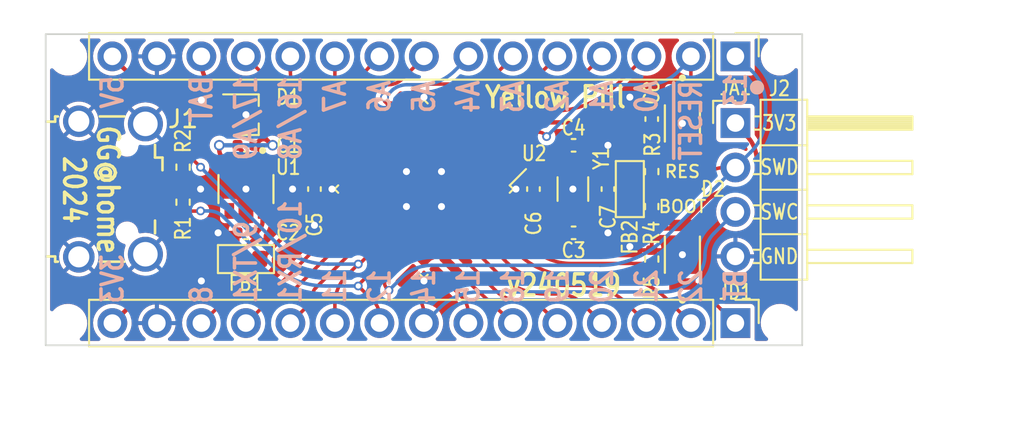
<source format=kicad_pcb>
(kicad_pcb (version 20211014) (generator pcbnew)
  (layers (0 "F.Cu" signal) (31 "B.Cu" signal) (34 "B.Paste" user) (35 "F.Paste" user) (36 "B.SilkS" user "B.Silkscreen") (37 "F.SilkS" user "F.Silkscreen") (38 "B.Mask" user) (39 "F.Mask" user) (44 "Edge.Cuts" user))
  (net 0 "")
  (net 1 "GND")
  (net 2 "~{RESET}")
  (net 3 "Net-(C4-Pad2)")
  (net 4 "+5V")
  (net 5 "VPP")
  (net 6 "+BATT")
  (net 7 "+3V3")
  (net 8 "/USB_DM")
  (net 9 "/USB_DP")
  (net 10 "Net-(C3-Pad2)")
  (net 11 "PA12")
  (net 12 "PA11")
  (net 13 "RX4")
  (net 14 "TX4")
  (net 15 "PA4")
  (net 16 "PA5")
  (net 17 "PA6")
  (net 18 "PA7")
  (net 19 "PB0")
  (net 20 "PB1")
  (net 21 "PA8")
  (net 22 "PA13")
  (net 23 "PA14")
  (net 24 "PA15")
  (net 25 "PB5")
  (net 26 "TX5")
  (net 27 "RX5")
  (net 28 "/VDD")
  (net 29 "/VDDA")
  (net 30 "BOOT0")
  (net 31 "/LED+")
  (net 32 "SCL1")
  (net 33 "SDA1")
  (net 34 "RX2")
  (net 35 "TX2")
  (net 36 "TX1")
  (net 37 "RX1")
  (footprint "gg_Packages:MountingHole_1.7mm" (layer "F.Cu") (at 144.82 121.158)
    (fp_text reference "H3" hide)
    (fp_text value "MountingHole_2.7mm_M2.5_DIN965_Pad" hide)
  )
  (footprint "Resistor_SMD:R_0402_1005Metric" (layer "F.Cu") (at 110.75 114.25 -90)
    (fp_text reference "R1")
    (fp_text value "10")
  )
  (footprint "Package_TO_SOT_SMD:SOT-323_SC-70" (layer "F.Cu") (at 114.34 109.25)
    (fp_text reference "D1")
    (fp_text value "BAT30CWFILM")
  )
  (footprint "Capacitor_SMD:C_0402_1005Metric" (layer "F.Cu") (at 133.04 111 180)
    (fp_text reference "C4")
    (fp_text value "12pF")
  )
  (footprint "Resistor_SMD:R_0402_1005Metric" (layer "F.Cu") (at 137.5 114.5 -90)
    (fp_text reference "R4")
    (fp_text value "1.0k")
  )
  (footprint "Capacitor_SMD:C_0402_1005Metric" (layer "F.Cu") (at 114.34 111)
    (fp_text reference "C1")
    (fp_text value "1uF")
  )
  (footprint "Resistor_SMD:R_0402_1005Metric" (layer "F.Cu") (at 137.5 117.5 90)
    (fp_text reference "R5")
    (fp_text value "10k")
  )
  (footprint "gg_Packages:SW_TL3780AF240QG_added01mm" (layer "F.Cu") (at 139.25 117.25 90)
    (fp_text reference "SW2" hide)
    (fp_text value "TL3780AF240QG" hide)
  )
  (footprint "Ferrite_SMD_AKL:Ferrite_0603_1608Metric" (layer "F.Cu") (at 114.34 117.5 180)
    (fp_text reference "FB1")
    (fp_text value "600" hide)
  )
  (footprint "gg_Packages:MountingHole_1.7mm" (layer "F.Cu") (at 104.18 105.918)
    (fp_text reference "H1" hide)
    (fp_text value "MountingHole_2.7mm_M2.5_DIN965_Pad" hide)
  )
  (footprint "Capacitor_SMD:C_0402_1005Metric" (layer "F.Cu") (at 118.25 113.5 -90)
    (fp_text reference "C5")
    (fp_text value "1uF")
  )
  (footprint "Capacitor_SMD:C_0402_1005Metric" (layer "F.Cu") (at 130.75 113.5 90)
    (fp_text reference "C6")
    (fp_text value "1uF")
  )
  (footprint "gg_Packages:USB_Micro-B_Wuerth_629105150521_CircularHoles_plus" (layer "F.Cu") (at 106.75 113.5 -90)
    (fp_text reference "J1")
    (fp_text value "USB_B_Micro")
  )
  (footprint "Connector_PinHeader_2.54mm:PinHeader_1x15_P2.54mm_Vertical" (layer "F.Cu") (at 142.275 105.918 -90)
    (fp_text reference "JA1")
    (fp_text value "Analog")
  )
  (footprint "gg_Packages:SOT-25" (layer "F.Cu") (at 114.34 113.5 -90)
    (fp_text reference "U1")
    (fp_text value "TCR3UF33A")
  )
  (footprint "Capacitor_SMD:C_0402_1005Metric" (layer "F.Cu") (at 133.04 116 180)
    (fp_text reference "C3")
    (fp_text value "12pF")
  )
  (footprint "Capacitor_SMD:C_0402_1005Metric" (layer "F.Cu") (at 137.5 109.5 90)
    (fp_text reference "C8")
    (fp_text value "100nF")
  )
  (footprint "Capacitor_SMD:C_0402_1005Metric" (layer "F.Cu") (at 114.34 116)
    (fp_text reference "C2")
    (fp_text value "1uF")
  )
  (footprint "Connector_PinHeader_2.54mm:PinHeader_1x15_P2.54mm_Vertical" (layer "F.Cu") (at 142.27525 121.158 -90)
    (fp_text reference "JD1")
    (fp_text value "Digital")
  )
  (footprint "gg_Packages:MountingHole_1.7mm" (layer "F.Cu") (at 144.82 105.918)
    (fp_text reference "H2" hide)
    (fp_text value "MountingHole_2.7mm_M2.5_DIN965_Pad" hide)
  )
  (footprint "gg_Packages:MountingHole_1.7mm" (layer "F.Cu") (at 104.18 121.158)
    (fp_text reference "H4" hide)
    (fp_text value "MountingHole_2.7mm_M2.5_DIN965_Pad" hide)
  )
  (footprint "gg_Packages:Crystal_SMD_3215-2Pin_3.2x1.5mm_plus" (layer "F.Cu") (at 133 113.5 90)
    (fp_text reference "Y1")
    (fp_text value "32768")
  )
  (footprint "gg_Packages:LED_0402_1005Metric_addd01mm" (layer "F.Cu") (at 139.25 113.5 180)
    (fp_text reference "D2")
    (fp_text value "Green" hide)
  )
  (footprint "gg_Packages:SW_TL3780AF240QG_added01mm" (layer "F.Cu") (at 139.25 109.75 -90)
    (fp_text reference "SW1" hide)
    (fp_text value "TL3780AF240QG" hide)
  )
  (footprint "Package_QFP:LQFP-32_7x7mm_P0.8mm" (layer "F.Cu") (at 124.5 113.5 -135)
    (fp_text reference "U2")
    (fp_text value "STM32L082KZT6")
  )
  (footprint "Resistor_SMD:R_0402_1005Metric" (layer "F.Cu") (at 137.5 112.5 90)
    (fp_text reference "R3")
    (fp_text value "10k")
  )
  (footprint "Resistor_SMD:R_0402_1005Metric" (layer "F.Cu") (at 110.75 112.25 90)
    (fp_text reference "R2")
    (fp_text value "10")
  )
  (footprint "Ferrite_SMD_AKL:Ferrite_0603_1608Metric" (layer "F.Cu") (at 136.25 113.5 -90)
    (fp_text reference "FB2")
    (fp_text value "600" hide)
  )
  (footprint "Connector_PinHeader_2.54mm:PinHeader_1x04_P2.54mm_Horizontal" (layer "F.Cu") (at 142.275 109.728)
    (fp_text reference "J2")
    (fp_text value "SWD")
  )
  (footprint "Capacitor_SMD:C_0402_1005Metric" (layer "F.Cu") (at 135 113.5 90)
    (fp_text reference "C7")
    (fp_text value "1uF")
  )
  (gr_circle (center 143.51 107.696) (end 143.71 107.696) (layer "B.SilkS") (width 0.4) (fill none))
  (gr_circle (center 143.51 107.696) (end 143.71 107.696) (layer "F.SilkS") (width 0.4) (fill none))
  (gr_rect (start 102.91 104.648) (end 146.09 122.428) (layer "Edge.Cuts") (width 0.1) (fill none))
  (gr_text "18" (at 129.58 120.142 90) (layer "B.SilkS") (effects (font (size 1.2 1) (thickness 0.2)) (justify right mirror)))
  (gr_text "13" (at 142.29 106.75 90) (layer "B.SilkS") (effects (font (size 1.2 1) (thickness 0.2)) (justify left mirror)))
  (gr_text "9/TX1" (at 114.34 120.142 90) (layer "B.SilkS") (effects (font (size 1.2 1) (thickness 0.2)) (justify right mirror)))
  (gr_text "8" (at 111.8 120.142 90) (layer "B.SilkS") (effects (font (size 1.2 1) (thickness 0.2)) (justify right mirror)))
  (gr_text "BT" (at 142.29 120 90) (layer "B.SilkS") (effects (font (size 1.2 1) (thickness 0.2)) (justify right mirror)))
  (gr_text "19" (at 132.12 120.142 90) (layer "B.SilkS") (effects (font (size 1.2 1) (thickness 0.2)) (justify right mirror)))
  (gr_text "5V" (at 106.72 106.934 90) (layer "B.SilkS") (effects (font (size 1.2 1) (thickness 0.2)) (justify left mirror)))
  (gr_text "17/A9" (at 114.34 106.934 90) (layer "B.SilkS") (effects (font (size 1.2 1) (thickness 0.2)) (justify left mirror)))
  (gr_text "A0" (at 137.2 107.188 90) (layer "B.SilkS") (effects (font (size 1.2 1) (thickness 0.2)) (justify left mirror)))
  (gr_text "A3" (at 129.58 107.188 90) (layer "B.SilkS") (effects (font (size 1.2 1) (thickness 0.2)) (justify left mirror)))
  (gr_text "15" (at 127.04 120.142 90) (layer "B.SilkS") (effects (font (size 1.2 1) (thickness 0.2)) (justify right mirror)))
  (gr_text "A7" (at 119.42 107.188 90) (layer "B.SilkS") (effects (font (size 1.2 1) (thickness 0.2)) (justify left mirror)))
  (gr_text "21" (at 137.2 120.142 90) (layer "B.SilkS") (effects (font (size 1.2 1) (thickness 0.2)) (justify right mirror)))
  (gr_text "3V3" (at 106.72 120.142 90) (layer "B.SilkS") (effects (font (size 1.2 1) (thickness 0.2)) (justify right mirror)))
  (gr_text "BAT" (at 111.8 106.934 90) (layer "B.SilkS") (effects (font (size 1.2 1) (thickness 0.2)) (justify left mirror)))
  (gr_text "12" (at 121.96 120.142 90) (layer "B.SilkS") (effects (font (size 1.2 1) (thickness 0.2)) (justify right mirror)))
  (gr_text "11" (at 119.42 120.142 90) (layer "B.SilkS") (effects (font (size 1.2 1) (thickness 0.2)) (justify right mirror)))
  (gr_text "A1" (at 134.66 107.188 90) (layer "B.SilkS") (effects (font (size 1.2 1) (thickness 0.2)) (justify left mirror)))
  (gr_text "20" (at 134.66 120.142 90) (layer "B.SilkS") (effects (font (size 1.2 1) (thickness 0.2)) (justify right mirror)))
  (gr_text "~{RESET}" (at 139.74 107.188 90) (layer "B.SilkS") (effects (font (size 1.2 1) (thickness 0.2)) (justify left mirror)))
  (gr_text "A4" (at 127.04 107.188 90) (layer "B.SilkS") (effects (font (size 1.2 1) (thickness 0.2)) (justify left mirror)))
  (gr_text "A5" (at 124.5 107.188 90) (layer "B.SilkS") (effects (font (size 1.2 1) (thickness 0.2)) (justify left mirror)))
  (gr_text "22" (at 139.74 120.142 90) (layer "B.SilkS") (effects (font (size 1.2 1) (thickness 0.2)) (justify right mirror)))
  (gr_text "10/RX1" (at 116.88 120.142 90) (layer "B.SilkS") (effects (font (size 1.2 1) (thickness 0.2)) (justify right mirror)))
  (gr_text "A2" (at 132.12 107.188 90) (layer "B.SilkS") (effects (font (size 1.2 1) (thickness 0.2)) (justify left mirror)))
  (gr_text "16/A8" (at 116.88 106.934 90) (layer "B.SilkS") (effects (font (size 1.2 1) (thickness 0.2)) (justify left mirror)))
  (gr_text "A6" (at 121.96 107.188 90) (layer "B.SilkS") (effects (font (size 1.2 1) (thickness 0.2)) (justify left mirror)))
  (gr_text "14" (at 124.5 120.142 90) (layer "B.SilkS") (effects (font (size 1.2 1) (thickness 0.2)) (justify right mirror)))
  (gr_text ".v240519" (at 132.25 119) (layer "F.SilkS") (effects (font (size 1.2 1) (thickness 0.2))))
  (gr_text "GG@home\n2024" (at 105.5 113.538 -90) (layer "F.SilkS") (effects (font (size 1.2 1) (thickness 0.2))))
  (gr_text "Yellow Pill" (at 132 108.25) (layer "F.SilkS") (effects (font (size 1.2 1) (thickness 0.2))))
  (segment (start 114.34 111.895731) (end 114.34 112.268) (width 0.25) (layer "F.Cu") (net 1))
  (segment (start 114.1 111.31632) (end 113.88769 111.10401) (width 0.25) (layer "F.Cu") (net 1))
  (via (at 136.25 116.788) (size 0.6) (drill 0.4) (layers "F.Cu" "B.Cu") (net 1))
  (via (at 114.34 109.25) (size 0.6) (drill 0.4) (layers "F.Cu" "B.Cu") (net 1))
  (via (at 124.5 108.25) (size 0.6) (drill 0.4) (layers "F.Cu" "B.Cu") (net 1))
  (via (at 129.75 113.5) (size 0.6) (drill 0.4) (layers "F.Cu" "B.Cu") (net 1))
  (via (at 112.75 116) (size 0.6) (drill 0.4) (layers "F.Cu" "B.Cu") (net 1))
  (via (at 125.5 112.5) (size 0.6) (drill 0.4) (layers "F.Cu" "B.Cu") (net 1))
  (via (at 118.25 115.57) (size 0.6) (drill 0.4) (layers "F.Cu" "B.Cu") (net 1))
  (via (at 111.795 108.418) (size 0.6) (drill 0.4) (layers "F.Cu" "B.Cu") (net 1))
  (via (at 125.5 114.5) (size 0.6) (drill 0.4) (layers "F.Cu" "B.Cu") (net 1))
  (via (at 135 116) (size 0.6) (drill 0.4) (layers "F.Cu" "B.Cu") (net 1))
  (via (at 124.5 118.75) (size 0.6) (drill 0.4) (layers "F.Cu" "B.Cu") (net 1))
  (via (at 117 113.5) (size 0.6) (drill 0.4) (layers "F.Cu" "B.Cu") (net 1))
  (via (at 135 111) (size 0.6) (drill 0.4) (layers "F.Cu" "B.Cu") (net 1))
  (via (at 119.25 113.5) (size 0.6) (drill 0.4) (layers "F.Cu" "B.Cu") (net 1))
  (via (at 111.75 113.5) (size 0.6) (drill 0.4) (layers "F.Cu" "B.Cu") (net 1))
  (via (at 111.79525 118.75) (size 0.6) (drill 0.4) (layers "F.Cu" "B.Cu") (net 1))
  (via (at 114.34 113.5) (size 0.6) (drill 0.4) (layers "F.Cu" "B.Cu") (net 1))
  (via (at 133 113.5) (size 0.6) (drill 0.4) (layers "F.Cu" "B.Cu") (net 1))
  (via (at 136.25 108.25) (size 0.6) (drill 0.4) (layers "F.Cu" "B.Cu") (net 1))
  (via (at 139.25 109.75) (size 0.6) (drill 0.4) (layers "F.Cu" "B.Cu") (net 1))
  (via (at 123.5 112.5) (size 0.6) (drill 0.4) (layers "F.Cu" "B.Cu") (net 1))
  (via (at 123.5 114.5) (size 0.6) (drill 0.4) (layers "F.Cu" "B.Cu") (net 1))
  (via (at 139.25 117.25) (size 0.6) (drill 0.4) (layers "F.Cu" "B.Cu") (net 1))
  (arc (start 114.34 111.895731) (mid 114.277626 111.582156) (end 114.1 111.31632) (width 0.25) (layer "F.Cu") (net 1))
  (segment (start 131.5 110.5) (end 131.375 110.375) (width 0.2) (layer "F.Cu") (net 2))
  (segment (start 138.152304 109.02) (end 137.561482 109.02) (width 0.2) (layer "F.Cu") (net 2))
  (segment (start 136.84 109.67503) (end 136.84 111.275515) (width 0.2) (layer "F.Cu") (net 2))
  (segment (start 128.791153 110.25) (end 131.073223 110.25) (width 0.2) (layer "F.Cu") (net 2))
  (segment (start 137.048232 111.778232) (end 137.161004 111.891004) (width 0.2) (layer "F.Cu") (net 2))
  (segment (start 137.120399 109.1296) (end 137.027405 109.222595) (width 0.2) (layer "F.Cu") (net 2))
  (segment (start 137.391464 111.986464) (end 137.526464 111.986464) (width 0.2) (layer "F.Cu") (net 2))
  (segment (start 138.78 108.76) (end 139.29 108.25) (width 0.2) (layer "F.Cu") (net 2))
  (segment (start 139.735 105.918) (end 139.735 108.195) (width 0.2) (layer "F.Cu") (net 2))
  (segment (start 137.348327 109.03519) (end 137.481844 109.03519) (width 0.2) (layer "F.Cu") (net 2))
  (via (at 131.5 110.5) (size 0.5) (drill 0.3) (layers "F.Cu" "B.Cu") (net 2))
  (arc (start 137.027405 109.222595) (mid 136.888704 109.430174) (end 136.84 109.67503) (width 0.2) (layer "F.Cu") (net 2))
  (arc (start 128.791153 110.25) (mid 128.386986 110.330393) (end 128.04435 110.559336) (width 0.2) (layer "F.Cu") (net 2))
  (arc (start 138.78 108.76) (mid 138.49201 108.952428) (end 138.152304 109.02) (width 0.2) (layer "F.Cu") (net 2))
  (arc (start 131.375 110.375) (mid 131.236543 110.282486) (end 131.073223 110.25) (width 0.2) (layer "F.Cu") (net 2))
  (arc (start 137.161004 111.891004) (mid 137.26674 111.961654) (end 137.391464 111.986464) (width 0.2) (layer "F.Cu") (net 2))
  (arc (start 136.84 111.275515) (mid 136.894117 111.547583) (end 137.048232 111.778232) (width 0.2) (layer "F.Cu") (net 2))
  (arc (start 137.348327 109.03519) (mid 137.224973 109.059726) (end 137.120399 109.1296) (width 0.2) (layer "F.Cu") (net 2))
  (segment (start 138.992625 106.795375) (end 139.73525 106.05275) (width 0.2) (layer "B.Cu") (net 2))
  (segment (start 131.5 110.5) (end 133.494052 108.505947) (width 0.2) (layer "B.Cu") (net 2))
  (segment (start 137.199769 107.538) (end 135.830884 107.538) (width 0.2) (layer "B.Cu") (net 2))
  (arc (start 137.199769 107.538) (mid 138.170055 107.344998) (end 138.992625 106.795375) (width 0.2) (layer "B.Cu") (net 2))
  (arc (start 135.830884 107.538) (mid 134.566199 107.789561) (end 133.494052 108.505947) (width 0.2) (layer "B.Cu") (net 2))
  (segment (start 132.56 111) (end 132.56 111.98) (width 0.2) (layer "F.Cu") (net 3))
  (segment (start 131.686446 111.896446) (end 131.089755 111.299755) (width 0.2) (layer "F.Cu") (net 3))
  (segment (start 129.762528 110.75) (end 129.468969 110.75) (width 0.2) (layer "F.Cu") (net 3))
  (arc (start 129.762528 110.75) (mid 130.480818 110.892876) (end 131.089755 111.299755) (width 0.2) (layer "F.Cu") (net 3))
  (arc (start 131.686446 111.896446) (mid 132.07806 112.158114) (end 132.54 112.25) (width 0.2) (layer "F.Cu") (net 3))
  (arc (start 129.468969 110.75) (mid 129.021891 110.838929) (end 128.642877 111.092178) (width 0.2) (layer "F.Cu") (net 3))
  (segment (start 110.25 109.805745) (end 110.25 109.798995) (width 0.25) (layer "F.Cu") (net 4))
  (segment (start 109.802514 108.115282) (end 109.862616 108.175384) (width 0.25) (layer "F.Cu") (net 4))
  (segment (start 110.25 109.670753) (end 110.25 109.693252) (width 0.25) (layer "F.Cu") (net 4))
  (segment (start 110.25 109.825995) (end 110.25 109.823745) (width 0.25) (layer "F.Cu") (net 4))
  (segment (start 108.222253 107.460717) (end 106.71525 105.953714) (width 0.25) (layer "F.Cu") (net 4))
  (segment (start 108.75 112.2) (end 109.664214 111.285786) (width 0.25) (layer "F.Cu") (net 4))
  (segment (start 110.25 109.744998) (end 110.25 109.762997) (width 0.25) (layer "F.Cu") (net 4))
  (segment (start 110.25 109.72925) (end 110.25 109.733749) (width 0.25) (layer "F.Cu") (net 4))
  (segment (start 110.25 109.805745) (end 110.25 109.810245) (width 0.25) (layer "F.Cu") (net 4))
  (segment (start 110.25 109.670753) (end 110.25 109.646005) (width 0.25) (layer "F.Cu") (net 4))
  (segment (start 110.25 109.762997) (end 110.25 109.780996) (width 0.25) (layer "F.Cu") (net 4))
  (segment (start 110.25 109.57401) (end 110.25 109.646005) (width 0.25) (layer "F.Cu") (net 4))
  (segment (start 110.25 109.110611) (end 110.25 109.57401) (width 0.25) (layer "F.Cu") (net 4))
  (segment (start 110.25 109.72925) (end 110.25 109.715751) (width 0.25) (layer "F.Cu") (net 4))
  (segment (start 110.25 109.693252) (end 110.25 109.715751) (width 0.25) (layer "F.Cu") (net 4))
  (segment (start 110.25 109.780996) (end 110.25 109.798995) (width 0.25) (layer "F.Cu") (net 4))
  (segment (start 110.25 109.825995) (end 110.25 109.86245) (width 0.25) (layer "F.Cu") (net 4))
  (segment (start 110.294004 109.87) (end 113.34 109.87) (width 0.25) (layer "F.Cu") (net 4))
  (segment (start 110.25 109.819245) (end 110.25 109.823745) (width 0.25) (layer "F.Cu") (net 4))
  (segment (start 110.25 109.810245) (end 110.25 109.814745) (width 0.25) (layer "F.Cu") (net 4))
  (segment (start 110.25 109.744998) (end 110.25 109.738248) (width 0.25) (layer "F.Cu") (net 4))
  (segment (start 110.25 109.871573) (end 110.25 109.86245) (width 0.25) (layer "F.Cu") (net 4))
  (segment (start 110.25 109.819245) (end 110.25 109.814745) (width 0.25) (layer "F.Cu") (net 4))
  (segment (start 110.25 109.733749) (end 110.25 109.738248) (width 0.25) (layer "F.Cu") (net 4))
  (arc (start 110.262888 109.857111) (mid 110.277164 109.86665) (end 110.294004 109.87) (width 0.25) (layer "F.Cu") (net 4))
  (arc (start 108.222253 107.460717) (mid 108.584768 107.702941) (end 109.012384 107.788) (width 0.25) (layer "F.Cu") (net 4))
  (arc (start 110.262888 109.857111) (mid 110.253349 109.842835) (end 110.25 109.825995) (width 0.25) (layer "F.Cu") (net 4))
  (arc (start 110.25 109.110611) (mid 110.149322 108.604469) (end 109.862616 108.175384) (width 0.25) (layer "F.Cu") (net 4))
  (arc (start 109.664214 111.285786) (mid 110.097759 110.63694) (end 110.25 109.871573) (width 0.25) (layer "F.Cu") (net 4))
  (arc (start 110.262888 109.857111) (mid 110.25466 109.855474) (end 110.25 109.86245) (width 0.25) (layer "F.Cu") (net 4))
  (arc (start 109.802514 108.115282) (mid 109.439999 107.873057) (end 109.012384 107.788) (width 0.25) (layer "F.Cu") (net 4))
  (segment (start 112.816 110.998) (end 112.816 111.252) (width 0.25) (layer "F.Cu") (net 5))
  (segment (start 112.995605 111.685605) (end 113.31646 112.00646) (width 0.25) (layer "F.Cu") (net 5))
  (segment (start 115.29 111.752541) (end 115.29 112.288) (width 0.25) (layer "F.Cu") (net 5))
  (segment (start 115.848 110.998) (end 115.864 110.998) (width 0.25) (layer "F.Cu") (net 5))
  (segment (start 115.586 110.752) (end 115.820686 110.986686) (width 0.25) (layer "F.Cu") (net 5))
  (segment (start 115.069 111.219) (end 114.857899 111.007899) (width 0.25) (layer "F.Cu") (net 5))
  (segment (start 115.093999 110.751999) (end 114.857899 110.9881) (width 0.25) (layer "F.Cu") (net 5))
  (segment (start 115.34 110.158103) (end 115.34 109.22) (width 0.25) (layer "F.Cu") (net 5))
  (via (at 115.864 110.998) (size 0.6) (drill 0.4) (layers "F.Cu" "B.Cu") (net 5))
  (via (at 112.816 110.998) (size 0.6) (drill 0.4) (layers "F.Cu" "B.Cu") (net 5))
  (arc (start 115.848 110.998) (mid 115.833217 110.995059) (end 115.820686 110.986686) (width 0.25) (layer "F.Cu") (net 5))
  (arc (start 115.34 110.158103) (mid 115.276066 110.479517) (end 115.093999 110.751999) (width 0.25) (layer "F.Cu") (net 5))
  (arc (start 115.586 110.752) (mid 115.339999 110.650103) (end 115.093999 110.751999) (width 0.25) (layer "F.Cu") (net 5))
  (arc (start 115.586 110.752) (mid 115.403933 110.479517) (end 115.34 110.158103) (width 0.25) (layer "F.Cu") (net 5))
  (arc (start 112.816 111.252) (mid 112.862677 111.486665) (end 112.995605 111.685605) (width 0.25) (layer "F.Cu") (net 5))
  (arc (start 115.29 111.752541) (mid 115.232563 111.46379) (end 115.069 111.219) (width 0.25) (layer "F.Cu") (net 5))
  (segment (start 112.816 110.998) (end 115.864 110.998) (width 0.25) (layer "B.Cu") (net 5))
  (segment (start 113.34 108.6) (end 112.380786 107.640786) (width 0.25) (layer "F.Cu") (net 6))
  (segment (start 111.795 105.918) (end 111.795 106.226573) (width 0.25) (layer "F.Cu") (net 6))
  (arc (start 111.795 106.226573) (mid 111.947241 106.99194) (end 112.380786 107.640786) (width 0.25) (layer "F.Cu") (net 6))
  (segment (start 115.069 115.857) (end 114.848 116.078) (width 0.25) (layer "F.Cu") (net 7))
  (segment (start 109.24612 118.662842) (end 107.045776 120.863187) (width 0.25) (layer "F.Cu") (net 7))
  (segment (start 114.720297 116.459702) (end 113.832 117.348) (width 0.25) (layer "F.Cu") (net 7))
  (segment (start 115.29 115.323458) (end 115.29 114.788) (width 0.25) (layer "F.Cu") (net 7))
  (segment (start 111.961732 117.538) (end 113.5525 117.538) (width 0.25) (layer "F.Cu") (net 7))
  (arc (start 111.961732 117.538) (mid 110.492053 117.830336) (end 109.24612 118.662842) (width 0.25) (layer "F.Cu") (net 7))
  (arc (start 114.720297 116.459702) (mid 114.794088 116.349266) (end 114.82 116.219) (width 0.25) (layer "F.Cu") (net 7))
  (arc (start 115.069 115.857) (mid 115.232563 115.612209) (end 115.29 115.323458) (width 0.25) (layer "F.Cu") (net 7))
  (segment (start 108.6 112.888) (end 110.612 112.888) (width 0.2) (layer "F.Cu") (net 8))
  (segment (start 110.644 113.644) (end 110.75 113.75) (width 0.2) (layer "F.Cu") (net 9))
  (segment (start 110.388093 113.538) (end 108.6 113.538) (width 0.2) (layer "F.Cu") (net 9))
  (arc (start 110.644 113.644) (mid 110.526588 113.565548) (end 110.388093 113.538) (width 0.2) (layer "F.Cu") (net 9))
  (segment (start 129.378282 111.488144) (end 128.866384 112.000043) (width 0.2) (layer "F.Cu") (net 10))
  (segment (start 132.56 116) (end 132.56 114.77) (width 0.2) (layer "F.Cu") (net 10))
  (segment (start 131.79 113) (end 131.628388 112.838388) (width 0.2) (layer "F.Cu") (net 10))
  (segment (start 132.04 113.896446) (end 132.04 113.603553) (width 0.2) (layer "F.Cu") (net 10))
  (segment (start 131.451611 112.411611) (end 130.528144 111.488144) (width 0.2) (layer "F.Cu") (net 10))
  (arc (start 132.04 113.603553) (mid 131.975027 113.276912) (end 131.79 113) (width 0.2) (layer "F.Cu") (net 10))
  (arc (start 132.04 113.896446) (mid 132.104972 114.223087) (end 132.29 114.5) (width 0.2) (layer "F.Cu") (net 10))
  (arc (start 129.953213 111.25) (mid 130.264363 111.311891) (end 130.528144 111.488144) (width 0.2) (layer "F.Cu") (net 10))
  (arc (start 129.953213 111.25) (mid 129.642062 111.311891) (end 129.378282 111.488144) (width 0.2) (layer "F.Cu") (net 10))
  (arc (start 131.451611 112.411611) (mid 131.517028 112.509514) (end 131.54 112.625) (width 0.2) (layer "F.Cu") (net 10))
  (arc (start 131.54 112.625) (mid 131.562971 112.740484) (end 131.628388 112.838388) (width 0.2) (layer "F.Cu") (net 10))
  (segment (start 120.768718 118.966337) (end 122.396357 117.338699) (width 0.2) (layer "F.Cu") (net 11))
  (segment (start 120.75 119.011528) (end 120.75 119.038) (width 0.2) (layer "F.Cu") (net 11))
  (segment (start 110.75 114.76) (end 111.74 114.76) (width 0.2) (layer "F.Cu") (net 11))
  (segment (start 111.74 114.76) (end 111.75 114.75) (width 0.2) (layer "F.Cu") (net 11))
  (segment (start 120.75 119.038) (end 121.61921 119.90721) (width 0.2) (layer "F.Cu") (net 11))
  (via (at 111.75 114.75) (size 0.5) (drill 0.3) (layers "F.Cu" "B.Cu") (net 11))
  (via (at 120.75 119.038) (size 0.5) (drill 0.3) (layers "F.Cu" "B.Cu") (net 11))
  (arc (start 120.75 119.011528) (mid 120.754864 118.98707) (end 120.768718 118.966337) (width 0.2) (layer "F.Cu") (net 11))
  (arc (start 121.61921 119.90721) (mid 121.867916 120.279424) (end 121.95525 120.718482) (width 0.2) (layer "F.Cu") (net 11))
  (segment (start 112.231 114.75) (end 111.75 114.75) (width 0.2) (layer "B.Cu") (net 11))
  (segment (start 115.674174 117.712174) (end 113.052118 115.090118) (width 0.2) (layer "B.Cu") (net 11))
  (segment (start 118.875 119.038) (end 120.75 119.038) (width 0.2) (layer "B.Cu") (net 11))
  (arc (start 118.875 119.038) (mid 117.142725 118.693429) (end 115.674174 117.712174) (width 0.2) (layer "B.Cu") (net 11))
  (arc (start 112.231 114.75) (mid 112.675385 114.838393) (end 113.052118 115.090118) (width 0.2) (layer "B.Cu") (net 11))
  (segment (start 111.338388 111.838388) (end 111.75 112.25) (width 0.2) (layer "F.Cu") (net 12))
  (segment (start 120.838909 117.764776) (end 121.830672 116.773014) (width 0.2) (layer "F.Cu") (net 12))
  (segment (start 120.082625 118.455375) (end 120.75 117.788) (width 0.2) (layer "F.Cu") (net 12))
  (segment (start 120.75 117.788) (end 120.782843 117.788) (width 0.2) (layer "F.Cu") (net 12))
  (segment (start 119.41525 120.06656) (end 119.41525 121.193714) (width 0.2) (layer "F.Cu") (net 12))
  (segment (start 111.125 111.75) (end 110.875 111.75) (width 0.2) (layer "F.Cu") (net 12))
  (via (at 111.75 112.25) (size 0.5) (drill 0.3) (layers "F.Cu" "B.Cu") (net 12))
  (via (at 120.75 117.788) (size 0.5) (drill 0.3) (layers "F.Cu" "B.Cu") (net 12))
  (arc (start 120.082625 118.455375) (mid 119.588695 119.194593) (end 119.41525 120.06656) (width 0.2) (layer "F.Cu") (net 12))
  (arc (start 120.838909 117.764776) (mid 120.813185 117.781964) (end 120.782843 117.788) (width 0.2) (layer "F.Cu") (net 12))
  (arc (start 111.125 111.75) (mid 111.240484 111.772971) (end 111.338388 111.838388) (width 0.2) (layer "F.Cu") (net 12))
  (segment (start 116.063998 116.563998) (end 111.75 112.25) (width 0.2) (layer "B.Cu") (net 12))
  (segment (start 120.75 117.788) (end 119.019 117.788) (width 0.2) (layer "B.Cu") (net 12))
  (arc (start 116.063998 116.563998) (mid 117.419764 117.469892) (end 119.019 117.788) (width 0.2) (layer "B.Cu") (net 12))
  (segment (start 133.364 107.209) (end 134.655 105.918) (width 0.2) (layer "F.Cu") (net 13))
  (segment (start 130.24725 108.5) (end 127.184477 108.5) (width 0.2) (layer "F.Cu") (net 13))
  (arc (start 127.184477 108.5) (mid 126.745722 108.587273) (end 126.373765 108.835808) (width 0.2) (layer "F.Cu") (net 13))
  (arc (start 130.24725 108.5) (mid 131.934023 108.16448) (end 133.364 107.209) (width 0.2) (layer "F.Cu") (net 13))
  (segment (start 131.853809 109.038) (end 127.435625 109.038) (width 0.2) (layer "F.Cu") (net 14))
  (segment (start 127.209123 109.13182) (end 126.603643 109.737301) (width 0.2) (layer "F.Cu") (net 14))
  (segment (start 135.521 107.519) (end 137.04 106) (width 0.2) (layer "F.Cu") (net 14))
  (segment (start 127.288074 109.068886) (end 127.335292 109.049338) (width 0.2) (layer "F.Cu") (net 14))
  (arc (start 131.853809 109.038) (mid 133.838478 108.643224) (end 135.521 107.519) (width 0.2) (layer "F.Cu") (net 14))
  (arc (start 127.384486 109.038778) (mid 127.410052 109.038194) (end 127.435625 109.038) (width 0.2) (layer "F.Cu") (net 14))
  (arc (start 127.288074 109.068886) (mid 127.265707 109.080622) (end 127.245826 109.096202) (width 0.2) (layer "F.Cu") (net 14))
  (arc (start 127.209123 109.13182) (mid 127.227341 109.113873) (end 127.245826 109.096202) (width 0.2) (layer "F.Cu") (net 14))
  (arc (start 127.335292 109.049338) (mid 127.359409 109.041825) (end 127.384486 109.038778) (width 0.2) (layer "F.Cu") (net 14))
  (segment (start 122.272543 108.482115) (end 122.272534 108.482106) (width 0.2) (layer "F.Cu") (net 15))
  (segment (start 122.337956 108.547528) (end 122.337985 108.547557) (width 0.2) (layer "F.Cu") (net 15))
  (segment (start 122.314639 108.524211) (end 122.314843 108.524415) (width 0.2) (layer "F.Cu") (net 15))
  (segment (start 122.335161 108.544733) (end 122.335314 108.544886) (width 0.2) (layer "F.Cu") (net 15))
  (segment (start 122.27489 108.484462) (end 122.27499 108.484562) (width 0.2) (layer "F.Cu") (net 15))
  (segment (start 122.275292 108.484864) (end 122.27533 108.484902) (width 0.2) (layer "F.Cu") (net 15))
  (segment (start 122.344233 108.553805) (end 122.344789 108.554361) (width 0.2) (layer "F.Cu") (net 15))
  (segment (start 122.37085 108.580422) (end 122.371769 108.581341) (width 0.2) (layer "F.Cu") (net 15))
  (segment (start 122.35722 108.566792) (end 122.357372 108.566944) (width 0.2) (layer "F.Cu") (net 15))
  (segment (start 122.311419 108.520991) (end 122.311457 108.521029) (width 0.2) (layer "F.Cu") (net 15))
  (segment (start 122.365449 108.575021) (end 122.365526 108.575098) (width 0.2) (layer "F.Cu") (net 15))
  (segment (start 122.272643 108.482215) (end 122.272624 108.482196) (width 0.2) (layer "F.Cu") (net 15))
  (segment (start 122.282062 108.491634) (end 122.282088 108.49166) (width 0.2) (layer "F.Cu") (net 15))
  (segment (start 122.408953 108.618525) (end 122.408187 108.617759) (width 0.2) (layer "F.Cu") (net 15))
  (segment (start 122.306807 108.516379) (end 122.306845 108.516417) (width 0.2) (layer "F.Cu") (net 15))
  (segment (start 122.274622 108.484194) (end 122.27479 108.484362) (width 0.2) (layer "F.Cu") (net 15))
  (segment (start 122.273204 108.482776) (end 122.273357 108.482929) (width 0.2) (layer "F.Cu") (net 15))
  (segment (start 122.275089 108.484661) (end 122.27508 108.484652) (width 0.2) (layer "F.Cu") (net 15))
  (segment (start 122.355763 108.565335) (end 122.355916 108.565488) (width 0.2) (layer "F.Cu") (net 15))
  (segment (start 122.276828 108.4864) (end 122.277086 108.486658) (width 0.2) (layer "F.Cu") (net 15))
  (segment (start 122.358454 108.568026) (end 122.358477 108.568049) (width 0.2) (layer "F.Cu") (net 15))
  (segment (start 122.378175 108.587747) (end 122.377563 108.587135) (width 0.2) (layer "F.Cu") (net 15))
  (segment (start 122.352054 108.561626) (end 122.352301 108.561873) (width 0.2) (layer "F.Cu") (net 15))
  (segment (start 122.35561 108.565182) (end 122.355763 108.565335) (width 0.2) (layer "F.Cu") (net 15))
  (segment (start 122.278535 108.488107) (end 122.278546 108.488118) (width 0.2) (layer "F.Cu") (net 15))
  (segment (start 122.315977 108.525549) (end 122.315963 108.525535) (width 0.2) (layer "F.Cu") (net 15))
  (segment (start 122.37656 108.586132) (end 122.376638 108.58621) (width 0.2) (layer "F.Cu") (net 15))
  (segment (start 122.303033 108.512605) (end 122.303187 108.512759) (width 0.2) (layer "F.Cu") (net 15))
  (segment (start 122.311352 108.520924) (end 122.311371 108.520943) (width 0.2) (layer "F.Cu") (net 15))
  (segment (start 122.360183 108.569755) (end 122.360386 108.569958) (width 0.2) (layer "F.Cu") (net 15))
  (segment (start 122.370161 108.579733) (end 122.370314 108.579886) (width 0.2) (layer "F.Cu") (net 15))
  (segment (start 122.275378 108.48495) (end 122.275395 108.484967) (width 0.2) (layer "F.Cu") (net 15))
  (segment (start 122.376482 108.586054) (end 122.37656 108.586132) (width 0.2) (layer "F.Cu") (net 15))
  (segment (start 122.270039 108.479611) (end 122.270086 108.479658) (width 0.2) (layer "F.Cu") (net 15))
  (segment (start 122.337879 108.547451) (end 122.33785 108.547422) (width 0.2) (layer "F.Cu") (net 15))
  (segment (start 122.336616 108.546188) (end 122.336645 108.546217) (width 0.2) (layer "F.Cu") (net 15))
  (segment (start 122.30552 108.515092) (end 122.305673 108.515245) (width 0.2) (layer "F.Cu") (net 15))
  (segment (start 122.304919 108.514491) (end 122.304828 108.5144) (width 0.2) (layer "F.Cu") (net 15))
  (segment (start 122.278518 108.48809) (end 122.278535 108.488107) (width 0.2) (layer "F.Cu") (net 15))
  (segment (start 122.368551 108.578123) (end 122.368704 108.578276) (width 0.2) (layer "F.Cu") (net 15))
  (segment (start 122.272219 108.481791) (end 122.272228 108.4818) (width 0.2) (layer "F.Cu") (net 15))
  (segment (start 122.376855 108.586427) (end 122.377065 108.586637) (width 0.2) (layer "F.Cu") (net 15))
  (segment (start 122.269616 108.479188) (end 122.269806 108.479378) (width 0.2) (layer "F.Cu") (net 15))
  (segment (start 122.363267 108.572839) (end 122.36342 108.572992) (width 0.2) (layer "F.Cu") (net 15))
  (segment (start 122.338186 108.547758) (end 122.338263 108.547835) (width 0.2) (layer "F.Cu") (net 15))
  (segment (start 122.319002 108.528574) (end 122.319102 108.528674) (width 0.2) (layer "F.Cu") (net 15))
  (segment (start 122.43823 108.647802) (end 122.437822 108.647394) (width 0.2) (layer "F.Cu") (net 15))
  (segment (start 122.28584 108.495412) (end 122.286031 108.495603) (width 0.2) (layer "F.Cu") (net 15))
  (segment (start 122.311763 108.521335) (end 122.311802 108.521374) (width 0.2) (layer "F.Cu") (net 15))
  (segment (start 122.321073 108.530645) (end 122.32147 108.531042) (width 0.2) (layer "F.Cu") (net 15))
  (segment (start 122.316854 108.526426) (end 122.316906 108.526478) (width 0.2) (layer "F.Cu") (net 15))
  (segment (start 122.271347 108.480919) (end 122.271539 108.481111) (width 0.2) (layer "F.Cu") (net 15))
  (segment (start 122.358829 108.568401) (end 122.358814 108.568386) (width 0.2) (layer "F.Cu") (net 15))
  (segment (start 122.316804 108.526376) (end 122.316854 108.526426) (width 0.2) (layer "F.Cu") (net 15))
  (segment (start 122.318234 108.527806) (end 122.318186 108.527758) (width 0.2) (layer "F.Cu") (net 15))
  (segment (start 122.341243 108.550815) (end 122.341214 108.550786) (width 0.2) (layer "F.Cu") (net 15))
  (segment (start 122.272895 108.482467) (end 122.272844 108.482416) (width 0.2) (layer "F.Cu") (net 15))
  (segment (start 122.311993 108.521565) (end 122.311955 108.521527) (width 0.2) (layer "F.Cu") (net 15))
  (segment (start 122.311466 108.521038) (end 122.311523 108.521095) (width 0.2) (layer "F.Cu") (net 15))
  (segment (start 122.292608 108.50218) (end 122.292658 108.50223) (width 0.2) (layer "F.Cu") (net 15))
  (segment (start 122.31074 108.520312) (end 122.310759 108.520331) (width 0.2) (layer "F.Cu") (net 15))
  (segment (start 122.400335 108.609907) (end 122.400488 108.61006) (width 0.2) (layer "F.Cu") (net 15))
  (segment (start 122.270427 108.479999) (end 122.270467 108.480039) (width 0.2) (layer "F.Cu") (net 15))
  (segment (start 122.358518 108.56809) (end 122.358622 108.568194) (width 0.2) (layer "F.Cu") (net 15))
  (segment (start 122.321854 108.531426) (end 122.321765 108.531337) (width 0.2) (layer "F.Cu") (net 15))
  (segment (start 122.360792 108.570364) (end 122.361002 108.570574) (width 0.2) (layer "F.Cu") (net 15))
  (segment (start 122.315949 108.525521) (end 122.315933 108.525505) (width 0.2) (layer "F.Cu") (net 15))
  (segment (start 122.281064 108.490636) (end 122.281114 108.490686) (width 0.2) (layer "F.Cu") (net 15))
  (segment (start 122.376326 108.585898) (end 122.376404 108.585976) (width 0.2) (layer "F.Cu") (net 15))
  (segment (start 122.287608 108.49718) (end 122.287685 108.497257) (width 0.2) (layer "F.Cu") (net 15))
  (segment (start 122.3224 108.531972) (end 122.322196 108.531768) (width 0.2) (layer "F.Cu") (net 15))
  (segment (start 122.381657 108.591229) (end 122.382634 108.592206) (width 0.2) (layer "F.Cu") (net 15))
  (segment (start 122.27443 108.484002) (end 122.274526 108.484098) (width 0.2) (layer "F.Cu") (net 15))
  (segment (start 122.291828 108.5014) (end 122.291791 108.501363) (width 0.2) (layer "F.Cu") (net 15))
  (segment (start 122.340918 108.55049) (end 122.341052 108.550624) (width 0.2) (layer "F.Cu") (net 15))
  (segment (start 122.278831 108.488403) (end 122.278912 108.488484) (width 0.2) (layer "F.Cu") (net 15))
  (segment (start 122.39534 108.604912) (end 122.395378 108.60495) (width 0.2) (layer "F.Cu") (net 15))
  (segment (start 122.338071 108.547643) (end 122.338186 108.547758) (width 0.2) (layer "F.Cu") (net 15))
  (segment (start 122.292724 108.502296) (end 122.29274 108.502312) (width 0.2) (layer "F.Cu") (net 15))
  (segment (start 122.281348 108.49092) (end 122.281361 108.490933) (width 0.2) (layer "F.Cu") (net 15))
  (segment (start 122.339041 108.548613) (end 122.339252 108.548824) (width 0.2) (layer "F.Cu") (net 15))
  (segment (start 122.306141 108.515713) (end 122.306167 108.515739) (width 0.2) (layer "F.Cu") (net 15))
  (segment (start 122.287265 108.496837) (end 122.287217 108.496789) (width 0.2) (layer "F.Cu") (net 15))
  (segment (start 122.271603 108.481175) (end 122.271667 108.481239) (width 0.2) (layer "F.Cu") (net 15))
  (segment (start 122.291505 108.501077) (end 122.291543 108.501115) (width 0.2) (layer "F.Cu") (net 15))
  (segment (start 122.300544 108.510116) (end 122.300923 108.510495) (width 0.2) (layer "F.Cu") (net 15))
  (segment (start 122.402769 108.612341) (end 122.402807 108.612379) (width 0.2) (layer "F.Cu") (net 15))
  (segment (start 122.319679 108.529251) (end 122.319822 108.529394) (width 0.2) (layer "F.Cu") (net 15))
  (segment (start 122.271867 108.481439) (end 122.271856 108.481428) (width 0.2) (layer "F.Cu") (net 15))
  (segment (start 122.305138 108.51471) (end 122.305176 108.514748) (width 0.2) (layer "F.Cu") (net 15))
  (segment (start 122.271539 108.481111) (end 122.271603 108.481175) (width 0.2) (layer "F.Cu") (net 15))
  (segment (start 122.404051 108.613623) (end 122.404893 108.614465) (width 0.2) (layer "F.Cu") (net 15))
  (segment (start 122.30206 108.511632) (end 122.301934 108.511506) (width 0.2) (layer "F.Cu") (net 15))
  (segment (start 122.293518 108.50309) (end 122.293417 108.502989) (width 0.2) (layer "F.Cu") (net 15))
  (segment (start 122.306129 108.515701) (end 122.306141 108.515713) (width 0.2) (layer "F.Cu") (net 15))
  (segment (start 122.362808 108.57238) (end 122.362961 108.572533) (width 0.2) (layer "F.Cu") (net 15))
  (segment (start 122.318167 108.527739) (end 122.318186 108.527758) (width 0.2) (layer "F.Cu") (net 15))
  (segment (start 122.312184 108.521756) (end 122.312375 108.521947) (width 0.2) (layer "F.Cu") (net 15))
  (segment (start 122.270833 108.480405) (end 122.270924 108.480496) (width 0.2) (layer "F.Cu") (net 15))
  (segment (start 122.384671 108.594243) (end 122.384825 108.594397) (width 0.2) (layer "F.Cu") (net 15))
  (segment (start 122.338004 108.547576) (end 122.338023 108.547595) (width 0.2) (layer "F.Cu") (net 15))
  (segment (start 122.366292 108.575864) (end 122.366368 108.57594) (width 0.2) (layer "F.Cu") (net 15))
  (segment (start 122.36342 108.572992) (end 122.363573 108.573145) (width 0.2) (layer "F.Cu") (net 15))
  (segment (start 122.291941 108.501513) (end 122.29199 108.501562) (width 0.2) (layer "F.Cu") (net 15))
  (segment (start 122.361661 108.571233) (end 122.361699 108.571271) (width 0.2) (layer "F.Cu") (net 15))
  (segment (start 122.318638 108.52821) (end 122.318734 108.528306) (width 0.2) (layer "F.Cu") (net 15))
  (segment (start 122.428099 108.637671) (end 122.431332 108.640904) (width 0.2) (layer "F.Cu") (net 15))
  (segment (start 122.407497 108.617069) (end 122.408187 108.617759) (width 0.2) (layer "F.Cu") (net 15))
  (segment (start 122.356916 108.566488) (end 122.357068 108.56664) (width 0.2) (layer "F.Cu") (net 15))
  (segment (start 122.360792 108.570364) (end 122.360386 108.569958) (width 0.2) (layer "F.Cu") (net 15))
  (segment (start 122.292658 108.50223) (end 122.292702 108.502274) (width 0.2) (layer "F.Cu") (net 15))
  (segment (start 122.273357 108.482929) (end 122.27351 108.483082) (width 0.2) (layer "F.Cu") (net 15))
  (segment (start 122.292718 108.50229) (end 122.292702 108.502274) (width 0.2) (layer "F.Cu") (net 15))
  (segment (start 122.30519 108.514762) (end 122.305257 108.514829) (width 0.2) (layer "F.Cu") (net 15))
  (segment (start 122.311161 108.520733) (end 122.311181 108.520753) (width 0.2) (layer "F.Cu") (net 15))
  (segment (start 122.359571 108.569143) (end 122.359495 108.569067) (width 0.2) (layer "F.Cu") (net 15))
  (segment (start 122.281608 108.49118) (end 122.281646 108.491218) (width 0.2) (layer "F.Cu") (net 15))
  (segment (start 122.306519 108.516091) (end 122.306557 108.516129) (width 0.2) (layer "F.Cu") (net 15))
  (segment (start 122.27811 108.487682) (end 122.278292 108.487864) (width 0.2) (layer "F.Cu") (net 15))
  (segment (start 122.293106 108.502678) (end 122.293197 108.502769) (width 0.2) (layer "F.Cu") (net 15))
  (segment (start 122.27393 108.483502) (end 122.273901 108.483473) (width 0.2) (layer "F.Cu") (net 15))
  (segment (start 122.297481 108.507053) (end 122.298495 108.508067) (width 0.2) (layer "F.Cu") (net 15))
  (segment (start 122.358622 108.568194) (end 122.358659 108.568231) (width 0.2) (layer "F.Cu") (net 15))
  (segment (start 122.278622 108.488194) (end 122.27866 108.488232) (width 0.2) (layer "F.Cu") (net 15))
  (segment (start 122.271863 108.481435) (end 122.271849 108.481421) (width 0.2) (layer "F.Cu") (net 15))
  (segment (start 122.402731 108.612303) (end 122.402769 108.612341) (width 0.2) (layer "F.Cu") (net 15))
  (segment (start 122.290338 108.49991) (end 122.290276 108.499848) (width 0.2) (layer "F.Cu") (net 15))
  (segment (start 122.400488 108.61006) (end 122.400641 108.610213) (width 0.2) (layer "F.Cu") (net 15))
  (segment (start 122.272643 108.482215) (end 122.272691 108.482263) (width 0.2) (layer "F.Cu") (net 15))
  (segment (start 122.378624 108.588196) (end 122.378815 108.588387) (width 0.2) (layer "F.Cu") (net 15))
  (segment (start 122.456275 108.665847) (end 122.457099 108.666671) (width 0.2) (layer "F.Cu") (net 15))
  (segment (start 122.331293 108.540865) (end 122.331283 108.540855) (width 0.2) (layer "F.Cu") (net 15))
  (segment (start 122.298495 108.508067) (end 122.298991 108.508563) (width 0.2) (layer "F.Cu") (net 15))
  (segment (start 122.319442 108.529014) (end 122.31948 108.529052) (width 0.2) (layer "F.Cu") (net 15))
  (segment (start 122.380299 108.589871) (end 122.380394 108.589966) (width 0.2) (layer "F.Cu") (net 15))
  (segment (start 122.282015 108.491587) (end 122.282026 108.491598) (width 0.2) (layer "F.Cu") (net 15))
  (segment (start 122.302072 108.511644) (end 122.302079 108.511651) (width 0.2) (layer "F.Cu") (net 15))
  (segment (start 122.336433 108.546005) (end 122.33649 108.546062) (width 0.2) (layer "F.Cu") (net 15))
  (segment (start 122.275952 108.485524) (end 122.276063 108.485635) (width 0.2) (layer "F.Cu") (net 15))
  (segment (start 122.321573 108.531145) (end 122.321765 108.531337) (width 0.2) (layer "F.Cu") (net 15))
  (segment (start 122.271153 108.480725) (end 122.271218 108.48079) (width 0.2) (layer "F.Cu") (net 15))
  (segment (start 122.300923 108.510495) (end 122.301179 108.510751) (width 0.2) (layer "F.Cu") (net 15))
  (segment (start 122.275203 108.484775) (end 122.275216 108.484788) (width 0.2) (layer "F.Cu") (net 15))
  (segment (start 122.392046 108.601618) (end 122.391983 108.601555) (width 0.2) (layer "F.Cu") (net 15))
  (segment (start 122.337506 108.547078) (end 122.337497 108.547069) (width 0.2) (layer "F.Cu") (net 15))
  (segment (start 122.281064 108.490636) (end 122.281012 108.490584) (width 0.2) (layer "F.Cu") (net 15))
  (segment (start 122.281414 108.490986) (end 122.281453 108.491025) (width 0.2) (layer "F.Cu") (net 15))
  (segment (start 122.378815 108.588387) (end 122.379006 108.588578) (width 0.2) (layer "F.Cu") (net 15))
  (segment (start 122.310528 108.5201) (end 122.310538 108.52011) (width 0.2) (layer "F.Cu") (net 15))
  (segment (start 122.289718 108.49929) (end 122.289666 108.499238) (width 0.2) (layer "F.Cu") (net 15))
  (segment (start 122.443216 108.652788) (end 122.446041 108.655613) (width 0.2) (layer "F.Cu") (net 15))
  (segment (start 122.33562 108.545192) (end 122.335773 108.545345) (width 0.2) (layer "F.Cu") (net 15))
  (segment (start 122.395302 108.604874) (end 122.39534 108.604912) (width 0.2) (layer "F.Cu") (net 15))
  (segment (start 122.463628 108.6732) (end 122.467706 108.677278) (width 0.2) (layer "F.Cu") (net 15))
  (segment (start 122.359262 108.568834) (end 122.359248 108.56882) (width 0.2) (layer "F.Cu") (net 15))
  (segment (start 122.32147 108.531042) (end 122.321573 108.531145) (width 0.2) (layer "F.Cu") (net 15))
  (segment (start 122.290338 108.49991) (end 122.29074 108.500312) (width 0.2) (layer "F.Cu") (net 15))
  (segment (start 122.407075 108.616647) (end 122.407228 108.6168) (width 0.2) (layer "F.Cu") (net 15))
  (segment (start 122.373876 108.583448) (end 122.374871 108.584443) (width 0.2) (layer "F.Cu") (net 15))
  (segment (start 122.446117 108.655689) (end 122.447725 108.657297) (width 0.2) (layer "F.Cu") (net 15))
  (segment (start 122.335773 108.545345) (end 122.335926 108.545498) (width 0.2) (layer "F.Cu") (net 15))
  (segment (start 122.272739 108.482311) (end 122.272794 108.482366) (width 0.2) (layer "F.Cu") (net 15))
  (segment (start 122.358726 108.568298) (end 122.35877 108.568342) (width 0.2) (layer "F.Cu") (net 15))
  (segment (start 122.269607 108.479179) (end 122.269616 108.479188) (width 0.2) (layer "F.Cu") (net 15))
  (segment (start 122.399572 108.609144) (end 122.39947 108.609042) (width 0.2) (layer "F.Cu") (net 15))
  (segment (start 122.370467 108.580039) (end 122.37085 108.580422) (width 0.2) (layer "F.Cu") (net 15))
  (segment (start 122.278546 108.488118) (end 122.278584 108.488156) (width 0.2) (layer "F.Cu") (net 15))
  (segment (start 122.27351 108.483082) (end 122.273662 108.483234) (width 0.2) (layer "F.Cu") (net 15))
  (segment (start 122.406922 108.616494) (end 122.407075 108.616647) (width 0.2) (layer "F.Cu") (net 15))
  (segment (start 122.293028 108.5026) (end 122.292924 108.502496) (width 0.2) (layer "F.Cu") (net 15))
  (segment (start 122.272794 108.482366) (end 122.272844 108.482416) (width 0.2) (layer "F.Cu") (net 15))
  (segment (start 122.3041 108.513672) (end 122.304354 108.513926) (width 0.2) (layer "F.Cu") (net 15))
  (segment (start 122.361929 108.571501) (end 122.361967 108.571539) (width 0.2) (layer "F.Cu") (net 15))
  (segment (start 122.281402 108.490974) (end 122.281414 108.490986) (width 0.2) (layer "F.Cu") (net 15))
  (segment (start 122.357068 108.56664) (end 122.35722 108.566792) (width 0.2) (layer "F.Cu") (net 15))
  (segment (start 122.336232 108.545804) (end 122.336385 108.545957) (width 0.2) (layer "F.Cu") (net 15))
  (segment (start 122.352548 108.56212) (end 122.352795 108.562367) (width 0.2) (layer "F.Cu") (net 15))
  (segment (start 122.286911 108.496483) (end 122.286863 108.496435) (width 0.2) (layer "F.Cu") (net 15))
  (segment (start 122.327194 108.536766) (end 122.329645 108.539217) (width 0.2) (layer "F.Cu") (net 15))
  (segment (start 122.288134 108.497706) (end 122.288517 108.498089) (width 0.2) (layer "F.Cu") (net 15))
  (segment (start 122.467706 108.677278) (end 122.47546 108.685032) (width 0.2) (layer "F.Cu") (net 15))
  (segment (start 122.39409 108.603662) (end 122.393674 108.603246) (width 0.2) (layer "F.Cu") (net 15))
  (segment (start 122.29953 108.509102) (end 122.300544 108.510116) (width 0.2) (layer "F.Cu") (net 15))
  (segment (start 122.281859 108.491431) (end 122.28195 108.491522) (width 0.2) (layer "F.Cu") (net 15))
  (segment (start 122.31747 108.527042) (end 122.317622 108.527194) (width 0.2) (layer "F.Cu") (net 15))
  (segment (start 122.283387 108.492959) (end 122.284 108.493572) (width 0.2) (layer "F.Cu") (net 15))
  (segment (start 122.341732 108.551304) (end 122.34177 108.551342) (width 0.2) (layer "F.Cu") (net 15))
  (segment (start 122.361585 108.571157) (end 122.361623 108.571195) (width 0.2) (layer "F.Cu") (net 15))
  (segment (start 122.287409 108.496981) (end 122.287485 108.497057) (width 0.2) (layer "F.Cu") (net 15))
  (segment (start 122.292196 108.501768) (end 122.29235 108.501922) (width 0.2) (layer "F.Cu") (net 15))
  (segment (start 122.418633 108.628205) (end 122.419227 108.628799) (width 0.2) (layer "F.Cu") (net 15))
  (segment (start 122.305877 108.515449) (end 122.305928 108.5155) (width 0.2) (layer "F.Cu") (net 15))
  (segment (start 122.39409 108.603662) (end 122.394885 108.604457) (width 0.2) (layer "F.Cu") (net 15))
  (segment (start 122.274122 108.483694) (end 122.274074 108.483646) (width 0.2) (layer "F.Cu") (net 15))
  (segment (start 122.355916 108.565488) (end 122.356069 108.565641) (width 0.2) (layer "F.Cu") (net 15))
  (segment (start 122.315963 108.525535) (end 122.315949 108.525521) (width 0.2) (layer "F.Cu") (net 15))
  (segment (start 122.281374 108.490946) (end 122.281365 108.490937) (width 0.2) (layer "F.Cu") (net 15))
  (segment (start 122.292768 108.50234) (end 122.29274 108.502312) (width 0.2) (layer "F.Cu") (net 15))
  (segment (start 122.287494 108.497066) (end 122.287551 108.497123) (width 0.2) (layer "F.Cu") (net 15))
  (segment (start 122.27841 108.487982) (end 122.278465 108.488037) (width 0.2) (layer "F.Cu") (net 15))
  (segment (start 122.282026 108.491598) (end 122.282041 108.491613) (width 0.2) (layer "F.Cu") (net 15))
  (segment (start 122.336846 108.546418) (end 122.336999 108.546571) (width 0.2) (layer "F.Cu") (net 15))
  (segment (start 122.415549 108.625121) (end 122.415721 108.625293) (width 0.2) (layer "F.Cu") (net 15))
  (segment (start 122.319977 108.529549) (end 122.320169 108.529741) (width 0.2) (layer "F.Cu") (net 15))
  (segment (start 122.294685 108.504257) (end 122.294838 108.50441) (width 0.2) (layer "F.Cu") (net 15))
  (segment (start 122.321882 108.531454) (end 122.321868 108.53144) (width 0.2) (layer "F.Cu") (net 15))
  (segment (start 122.271347 108.480919) (end 122.271283 108.480855) (width 0.2) (layer "F.Cu") (net 15))
  (segment (start 122.276574 108.486146) (end 122.276828 108.4864) (width 0.2) (layer "F.Cu") (net 15))
  (segment (start 122.369011 108.578583) (end 122.369318 108.57889) (width 0.2) (layer "F.Cu") (net 15))
  (segment (start 122.272609 108.482181) (end 122.272624 108.482196) (width 0.2) (layer "F.Cu") (net 15))
  (segment (start 122.365526 108.575098) (end 122.365603 108.575175) (width 0.2) (layer "F.Cu") (net 15))
  (segment (start 122.304995 108.514567) (end 122.3051 108.514672) (width 0.2) (layer "F.Cu") (net 15))
  (segment (start 122.272228 108.4818) (end 122.272266 108.481838) (width 0.2) (layer "F.Cu") (net 15))
  (segment (start 122.316416 108.525988) (end 122.316453 108.526025) (width 0.2) (layer "F.Cu") (net 15))
  (segment (start 122.286069 108.495641) (end 122.286031 108.495603) (width 0.2) (layer "F.Cu") (net 15))
  (segment (start 122.338263 108.547835) (end 122.338378 108.54795) (width 0.2) (layer "F.Cu") (net 15))
  (segment (start 122.439494 108.649066) (end 122.439532 108.649104) (width 0.2) (layer "F.Cu") (net 15))
  (segment (start 122.269935 108.479507) (end 122.269986 108.479558) (width 0.2) (layer "F.Cu") (net 15))
  (segment (start 122.418039 108.627611) (end 122.418633 108.628205) (width 0.2) (layer "F.Cu") (net 15))
  (segment (start 122.439456 108.649028) (end 122.439494 108.649066) (width 0.2) (layer "F.Cu") (net 15))
  (segment (start 122.310471 108.520043) (end 122.310528 108.5201) (width 0.2) (layer "F.Cu") (net 15))
  (segment (start 122.29085 108.500422) (end 122.291032 108.500604) (width 0.2) (layer "F.Cu") (net 15))
  (segment (start 122.419945 108.629517) (end 122.419227 108.628799) (width 0.2) (layer "F.Cu") (net 15))
  (segment (start 122.304506 108.514078) (end 122.304608 108.51418) (width 0.2) (layer "F.Cu") (net 15))
  (segment (start 122.303385 108.512957) (end 122.303451 108.513023) (width 0.2) (layer "F.Cu") (net 15))
  (segment (start 122.273882 108.483454) (end 122.273901 108.483473) (width 0.2) (layer "F.Cu") (net 15))
  (segment (start 122.434596 108.644168) (end 122.434605 108.644177) (width 0.2) (layer "F.Cu") (net 15))
  (segment (start 122.36836 108.577932) (end 122.368398 108.57797) (width 0.2) (layer "F.Cu") (net 15))
  (segment (start 122.364435 108.574007) (end 122.364703 108.574275) (width 0.2) (layer "F.Cu") (net 15))
  (segment (start 122.275152 108.484724) (end 122.275177 108.484749) (width 0.2) (layer "F.Cu") (net 15))
  (segment (start 122.325561 108.535133) (end 122.326377 108.535949) (width 0.2) (layer "F.Cu") (net 15))
  (segment (start 122.310538 108.52011) (end 122.310615 108.520187) (width 0.2) (layer "F.Cu") (net 15))
  (segment (start 122.316158 108.52573) (end 122.316185 108.525757) (width 0.2) (layer "F.Cu") (net 15))
  (segment (start 122.279388 108.48896) (end 122.279484 108.489056) (width 0.2) (layer "F.Cu") (net 15))
  (segment (start 122.380299 108.589871) (end 122.380079 108.589651) (width 0.2) (layer "F.Cu") (net 15))
  (segment (start 122.291581 108.501153) (end 122.29169 108.501262) (width 0.2) (layer "F.Cu") (net 15))
  (segment (start 122.303627 108.513199) (end 122.303913 108.513485) (width 0.2) (layer "F.Cu") (net 15))
  (segment (start 122.454235 108.663807) (end 122.455451 108.665023) (width 0.2) (layer "F.Cu") (net 15))
  (segment (start 122.320169 108.529741) (end 122.320361 108.529933) (width 0.2) (layer "F.Cu") (net 15))
  (segment (start 122.278717 108.488289) (end 122.278735 108.488307) (width 0.2) (layer "F.Cu") (net 15))
  (segment (start 122.359292 108.568864) (end 122.359344 108.568916) (width 0.2) (layer "F.Cu") (net 15))
  (segment (start 122.286346 108.495918) (end 122.286403 108.495975) (width 0.2) (layer "F.Cu") (net 15))
  (segment (start 122.31184 108.521412) (end 122.311955 108.521527) (width 0.2) (layer "F.Cu") (net 15))
  (segment (start 122.319404 108.528976) (end 122.319442 108.529014) (width 0.2) (layer "F.Cu") (net 15))
  (segment (start 122.362273 108.571845) (end 122.362388 108.57196) (width 0.2) (layer "F.Cu") (net 15))
  (segment (start 122.291104 108.500676) (end 122.291142 108.500714) (width 0.2) (layer "F.Cu") (net 15))
  (segment (start 122.376684 108.586256) (end 122.376638 108.58621) (width 0.2) (layer "F.Cu") (net 15))
  (segment (start 122.270139 108.479711) (end 122.270193 108.479765) (width 0.2) (layer "F.Cu") (net 15))
  (segment (start 122.378175 108.587747) (end 122.378538 108.58811) (width 0.2) (layer "F.Cu") (net 15))
  (segment (start 122.275184 108.484756) (end 122.275203 108.484775) (width 0.2) (layer "F.Cu") (net 15))
  (segment (start 122.315455 108.525027) (end 122.315656 108.525228) (width 0.2) (layer "F.Cu") (net 15))
  (segment (start 122.274334 108.483906) (end 122.27443 108.484002) (width 0.2) (layer "F.Cu") (net 15))
  (segment (start 122.275089 108.484661) (end 122.275152 108.484724) (width 0.2) (layer "F.Cu") (net 15))
  (segment (start 122.314843 108.524415) (end 122.315046 108.524618) (width 0.2) (layer "F.Cu") (net 15))
  (segment (start 122.340246 108.549818) (end 122.340256 108.549828) (width 0.2) (layer "F.Cu") (net 15))
  (segment (start 122.312797 108.522369) (end 122.31341 108.522982) (width 0.2) (layer "F.Cu") (net 15))
  (segment (start 122.280142 108.489714) (end 122.280199 108.489771) (width 0.2) (layer "F.Cu") (net 15))
  (segment (start 122.291467 108.501039) (end 122.291218 108.50079) (width 0.2) (layer "F.Cu") (net 15))
  (segment (start 122.43938 108.648952) (end 122.439418 108.64899) (width 0.2) (layer "F.Cu") (net 15))
  (segment (start 122.321992 108.531564) (end 122.322196 108.531768) (width 0.2) (layer "F.Cu") (net 15))
  (segment (start 122.311201 108.520773) (end 122.311229 108.520801) (width 0.2) (layer "F.Cu") (net 15))
  (segment (start 122.299012 108.508584) (end 122.299033 108.508605) (width 0.2) (layer "F.Cu") (net 15))
  (segment (start 122.287285 108.496857) (end 122.287305 108.496877) (width 0.2) (layer "F.Cu") (net 15))
  (segment (start 122.388924 108.598496) (end 122.388977 108.598549) (width 0.2) (layer "F.Cu") (net 15))
  (segment (start 122.334779 108.544351) (end 122.335085 108.544657) (width 0.2) (layer "F.Cu") (net 15))
  (segment (start 122.281322 108.490894) (end 122.281343 108.490915) (width 0.2) (layer "F.Cu") (net 15))
  (segment (start 122.311181 108.520753) (end 122.311201 108.520773) (width 0.2) (layer "F.Cu") (net 15))
  (segment (start 122.280706 108.490278) (end 122.280859 108.490431) (width 0.2) (layer "F.Cu") (net 15))
  (segment (start 122.395264 108.604836) (end 122.395302 108.604874) (width 0.2) (layer "F.Cu") (net 15))
  (segment (start 122.339874 108.549446) (end 122.340065 108.549637) (width 0.2) (layer "F.Cu") (net 15))
  (segment (start 122.418039 108.627611) (end 122.417914 108.627486) (width 0.2) (layer "F.Cu") (net 15))
  (segment (start 122.415549 108.625121) (end 122.414955 108.624527) (width 0.2) (layer "F.Cu") (net 15))
  (segment (start 122.36813 108.577702) (end 122.36836 108.577932) (width 0.2) (layer "F.Cu") (net 15))
  (segment (start 122.287685 108.497257) (end 122.287857 108.497429) (width 0.2) (layer "F.Cu") (net 15))
  (segment (start 122.342909 108.552481) (end 122.343041 108.552613) (width 0.2) (layer "F.Cu") (net 15))
  (segment (start 122.319622 108.529194) (end 122.319679 108.529251) (width 0.2) (layer "F.Cu") (net 15))
  (segment (start 122.31789 108.527462) (end 122.31788 108.527452) (width 0.2) (layer "F.Cu") (net 15))
  (segment (start 122.275558 108.48513) (end 122.275622 108.485194) (width 0.2) (layer "F.Cu") (net 15))
  (segment (start 122.29235 108.501922) (end 122.292504 108.502076) (width 0.2) (layer "F.Cu") (net 15))
  (segment (start 122.368742 108.578314) (end 122.368819 108.578391) (width 0.2) (layer "F.Cu") (net 15))
  (segment (start 122.271893 108.481465) (end 122.271937 108.481509) (width 0.2) (layer "F.Cu") (net 15))
  (segment (start 122.363745 108.573317) (end 122.363726 108.573298) (width 0.2) (layer "F.Cu") (net 15))
  (segment (start 122.287305 108.496877) (end 122.287333 108.496905) (width 0.2) (layer "F.Cu") (net 15))
  (segment (start 122.27182 108.481392) (end 122.271835 108.481407) (width 0.2) (layer "F.Cu") (net 15))
  (segment (start 122.353717 108.563289) (end 122.354157 108.563729) (width 0.2) (layer "F.Cu") (net 15))
  (segment (start 122.333092 108.542664) (end 122.332901 108.542473) (width 0.2) (layer "F.Cu") (net 15))
  (segment (start 122.274007 108.483579) (end 122.274036 108.483608) (width 0.2) (layer "F.Cu") (net 15))
  (segment (start 122.399217 108.608789) (end 122.39947 108.609042) (width 0.2) (layer "F.Cu") (net 15))
  (segment (start 122.406616 108.616188) (end 122.406769 108.616341) (width 0.2) (layer "F.Cu") (net 15))
  (segment (start 122.339653 108.549225) (end 122.339864 108.549436) (width 0.2) (layer "F.Cu") (net 15))
  (segment (start 122.439981 108.649553) (end 122.439608 108.64918) (width 0.2) (layer "F.Cu") (net 15))
  (segment (start 122.361919 108.571491) (end 122.361929 108.571501) (width 0.2) (layer "F.Cu") (net 15))
  (segment (start 122.274999 108.484571) (end 122.27499 108.484562) (width 0.2) (layer "F.Cu") (net 15))
  (segment (start 122.286844 108.496416) (end 122.286863 108.496435) (width 0.2) (layer "F.Cu") (net 15))
  (segment (start 122.282367 108.491939) (end 122.28257 108.492142) (width 0.2) (layer "F.Cu") (net 15))
  (segment (start 122.27479 108.484362) (end 122.27489 108.484462) (width 0.2) (layer "F.Cu") (net 15))
  (segment (start 122.379543 108.589115) (end 122.380079 108.589651) (width 0.2) (layer "F.Cu") (net 15))
  (segment (start 122.274237 108.483809) (end 122.274334 108.483906) (width 0.2) (layer "F.Cu") (net 15))
  (segment (start 122.315733 108.525305) (end 122.315781 108.525353) (width 0.2) (layer "F.Cu") (net 15))
  (segment (start 122.293067 108.502639) (end 122.293106 108.502678) (width 0.2) (layer "F.Cu") (net 15))
  (segment (start 122.340256 108.549828) (end 122.340333 108.549905) (width 0.2) (layer "F.Cu") (net 15))
  (segment (start 122.362751 108.572323) (end 122.362808 108.57238) (width 0.2) (layer "F.Cu") (net 15))
  (segment (start 122.271064 108.480636) (end 122.271107 108.480679) (width 0.2) (layer "F.Cu") (net 15))
  (segment (start 122.286719 108.496291) (end 122.286796 108.496368) (width 0.2) (layer "F.Cu") (net 15))
  (segment (start 122.362033 108.571605) (end 122.362052 108.571624) (width 0.2) (layer "F.Cu") (net 15))
  (segment (start 122.397996 108.607568) (end 122.398403 108.607975) (width 0.2) (layer "F.Cu") (net 15))
  (segment (start 122.271016 108.480588) (end 122.270993 108.480565) (width 0.2) (layer "F.Cu") (net 15))
  (segment (start 122.45098 108.660552) (end 122.454235 108.663807) (width 0.2) (layer "F.Cu") (net 15))
  (segment (start 122.295965 108.505537) (end 122.29609 108.505662) (width 0.2) (layer "F.Cu") (net 15))
  (segment (start 122.316071 108.525643) (end 122.316049 108.525621) (width 0.2) (layer "F.Cu") (net 15))
  (segment (start 122.362081 108.571653) (end 122.362052 108.571624) (width 0.2) (layer "F.Cu") (net 15))
  (segment (start 122.321868 108.53144) (end 122.321854 108.531426) (width 0.2) (layer "F.Cu") (net 15))
  (segment (start 122.29953 108.509102) (end 122.299033 108.508605) (width 0.2) (layer "F.Cu") (net 15))
  (segment (start 122.29169 108.501262) (end 122.291791 108.501363) (width 0.2) (layer "F.Cu") (net 15))
  (segment (start 122.306031 108.515603) (end 122.30608 108.515652) (width 0.2) (layer "F.Cu") (net 15))
  (segment (start 122.311619 108.521191) (end 122.311676 108.521248) (width 0.2) (layer "F.Cu") (net 15))
  (segment (start 122.324743 108.534315) (end 122.325561 108.535133) (width 0.2) (layer "F.Cu") (net 15))
  (segment (start 122.350404 108.559976) (end 122.350857 108.560429) (width 0.2) (layer "F.Cu") (net 15))
  (segment (start 122.401965 108.611537) (end 122.402003 108.611575) (width 0.2) (layer "F.Cu") (net 15))
  (segment (start 122.294991 108.504563) (end 122.295144 108.504716) (width 0.2) (layer "F.Cu") (net 15))
  (segment (start 122.363267 108.572839) (end 122.363114 108.572686) (width 0.2) (layer "F.Cu") (net 15))
  (segment (start 122.289718 108.49929) (end 122.289997 108.499569) (width 0.2) (layer "F.Cu") (net 15))
  (segment (start 122.377314 108.586886) (end 122.377563 108.587135) (width 0.2) (layer "F.Cu") (net 15))
  (segment (start 122.349866 108.559438) (end 122.350074 108.559646) (width 0.2) (layer "F.Cu") (net 15))
  (segment (start 122.412925 108.622497) (end 122.41394 108.623512) (width 0.2) (layer "F.Cu") (net 15))
  (segment (start 122.319565 108.529137) (end 122.319622 108.529194) (width 0.2) (layer "F.Cu") (net 15))
  (segment (start 122.316185 108.525757) (end 122.316262 108.525834) (width 0.2) (layer "F.Cu") (net 15))
  (segment (start 122.27811 108.487682) (end 122.278038 108.48761) (width 0.2) (layer "F.Cu") (net 15))
  (segment (start 122.272566 108.482138) (end 122.272587 108.482159) (width 0.2) (layer "F.Cu") (net 15))
  (segment (start 122.272496 108.482068) (end 122.272505 108.482077) (width 0.2) (layer "F.Cu") (net 15))
  (segment (start 122.432964 108.642536) (end 122.434596 108.644168) (width 0.2) (layer "F.Cu") (net 15))
  (segment (start 122.359399 108.568971) (end 122.359344 108.568916) (width 0.2) (layer "F.Cu") (net 15))
  (segment (start 122.286069 108.495641) (end 122.286184 108.495756) (width 0.2) (layer "F.Cu") (net 15))
  (segment (start 122.279674 108.489246) (end 122.279789 108.489361) (width 0.2) (layer "F.Cu") (net 15))
  (segment (start 122.279905 108.489477) (end 122.279981 108.489553) (width 0.2) (layer "F.Cu") (net 15))
  (segment (start 122.317928 108.5275) (end 122.317966 108.527538) (width 0.2) (layer "F.Cu") (net 15))
  (segment (start 122.337659 108.547231) (end 122.337563 108.547135) (width 0.2) (layer "F.Cu") (net 15))
  (segment (start 122.379015 108.588587) (end 122.379006 108.588578) (width 0.2) (layer "F.Cu") (net 15))
  (segment (start 122.354597 108.564169) (end 122.354635 108.564207) (width 0.2) (layer "F.Cu") (net 15))
  (segment (start 122.378624 108.588196) (end 122.378538 108.58811) (width 0.2) (layer "F.Cu") (net 15))
  (segment (start 122.270388 108.47996) (end 122.270427 108.479999) (width 0.2) (layer "F.Cu") (net 15))
  (segment (start 122.431332 108.640904) (end 122.432964 108.642536) (width 0.2) (layer "F.Cu") (net 15))
  (segment (start 122.281286 108.490858) (end 122.281267 108.490839) (width 0.2) (layer "F.Cu") (net 15))
  (segment (start 122.293535 108.503107) (end 122.293552 108.503124) (width 0.2) (layer "F.Cu") (net 15))
  (segment (start 122.31634 108.525912) (end 122.316378 108.52595) (width 0.2) (layer "F.Cu") (net 15))
  (segment (start 122.28176 108.491332) (end 122.281731 108.491303) (width 0.2) (layer "F.Cu") (net 15))
  (segment (start 122.281859 108.491431) (end 122.281836 108.491408) (width 0.2) (layer "F.Cu") (net 15))
  (segment (start 122.314027 108.523599) (end 122.314639 108.524211) (width 0.2) (layer "F.Cu") (net 15))
  (segment (start 122.337506 108.547078) (end 122.337563 108.547135) (width 0.2) (layer "F.Cu") (net 15))
  (segment (start 122.311371 108.520943) (end 122.311381 108.520953) (width 0.2) (layer "F.Cu") (net 15))
  (segment (start 122.316674 108.526246) (end 122.31666 108.526232) (width 0.2) (layer "F.Cu") (net 15))
  (segment (start 122.270296 108.479868) (end 122.270317 108.479889) (width 0.2) (layer "F.Cu") (net 15))
  (segment (start 122.280859 108.490431) (end 122.281012 108.490584) (width 0.2) (layer "F.Cu") (net 15))
  (segment (start 122.342 108.551572) (end 122.342191 108.551763) (width 0.2) (layer "F.Cu") (net 15))
  (segment (start 122.375483 108.585055) (end 122.375712 108.585284) (width 0.2) (layer "F.Cu") (net 15))
  (segment (start 122.426473 108.636045) (end 122.428099 108.637671) (width 0.2) (layer "F.Cu") (net 15))
  (segment (start 122.286652 108.496224) (end 122.286643 108.496215) (width 0.2) (layer "F.Cu") (net 15))
  (segment (start 122.439532 108.649104) (end 122.43957 108.649142) (width 0.2) (layer "F.Cu") (net 15))
  (segment (start 122.277962 108.487534) (end 122.277848 108.48742) (width 0.2) (layer "F.Cu") (net 15))
  (segment (start 122.407228 108.6168) (end 122.407497 108.617069) (width 0.2) (layer "F.Cu") (net 15))
  (segment (start 122.308028 108.5176) (end 122.308308 108.51788) (width 0.2) (layer "F.Cu") (net 15))
  (segment (start 122.271777 108.481349) (end 122.27182 108.481392) (width 0.2) (layer "F.Cu") (net 15))
  (segment (start 122.306481 108.516053) (end 122.306519 108.516091) (width 0.2) (layer "F.Cu") (net 15))
  (segment (start 122.316956 108.526528) (end 122.317007 108.526579) (width 0.2) (layer "F.Cu") (net 15))
  (segment (start 122.333704 108.543276) (end 122.333513 108.543085) (width 0.2) (layer "F.Cu") (net 15))
  (segment (start 122.270505 108.480077) (end 122.270544 108.480116) (width 0.2) (layer "F.Cu") (net 15))
  (segment (start 122.306845 108.516417) (end 122.306883 108.516455) (width 0.2) (layer "F.Cu") (net 15))
  (segment (start 122.286403 108.495975) (end 122.286499 108.496071) (width 0.2) (layer "F.Cu") (net 15))
  (segment (start 122.30608 108.515652) (end 122.306129 108.515701) (width 0.2) (layer "F.Cu") (net 15))
  (segment (start 122.306921 108.516493) (end 122.306993 108.516565) (width 0.2) (layer "F.Cu") (net 15))
  (segment (start 122.281712 108.491284) (end 122.281731 108.491303) (width 0.2) (layer "F.Cu") (net 15))
  (segment (start 122.308741 108.518313) (end 122.309123 108.518695) (width 0.2) (layer "F.Cu") (net 15))
  (segment (start 122.308308 108.51788) (end 122.308359 108.517931) (width 0.2) (layer "F.Cu") (net 15))
  (segment (start 122.310414 108.519986) (end 122.310471 108.520043) (width 0.2) (layer "F.Cu") (net 15))
  (segment (start 122.316678 108.52625) (end 122.31666 108.526232) (width 0.2) (layer "F.Cu") (net 15))
  (segment (start 122.27876 108.488332) (end 122.278735 108.488307) (width 0.2) (layer "F.Cu") (net 15))
  (segment (start 122.305826 108.515398) (end 122.305877 108.515449) (width 0.2) (layer "F.Cu") (net 15))
  (segment (start 122.3393 108.548872) (end 122.339606 108.549178) (width 0.2) (layer "F.Cu") (net 15))
  (segment (start 122.286671 108.496243) (end 122.28669 108.496262) (width 0.2) (layer "F.Cu") (net 15))
  (segment (start 122.382796 108.592368) (end 122.382634 108.592206) (width 0.2) (layer "F.Cu") (net 15))
  (segment (start 122.362158 108.57173) (end 122.362187 108.571759) (width 0.2) (layer "F.Cu") (net 15))
  (segment (start 122.289997 108.499569) (end 122.290276 108.499848) (width 0.2) (layer "F.Cu") (net 15))
  (segment (start 122.345276 108.554848) (end 122.346806 108.556378) (width 0.2) (layer "F.Cu") (net 15))
  (segment (start 122.416228 108.6258) (end 122.417071 108.626643) (width 0.2) (layer "F.Cu") (net 15))
  (segment (start 122.419945 108.629517) (end 122.421975 108.631547) (width 0.2) (layer "F.Cu") (net 15))
  (segment (start 122.286299 108.495871) (end 122.286337 108.495909) (width 0.2) (layer "F.Cu") (net 15))
  (segment (start 122.279837 108.489409) (end 122.279789 108.489361) (width 0.2) (layer "F.Cu") (net 15))
  (segment (start 122.29659 108.506162) (end 122.296341 108.505913) (width 0.2) (layer "F.Cu") (net 15))
  (segment (start 122.362713 108.572285) (end 122.362751 108.572323) (width 0.2) (layer "F.Cu") (net 15))
  (segment (start 122.270193 108.479765) (end 122.270241 108.479813) (width 0.2) (layer "F.Cu") (net 15))
  (segment (start 122.384825 108.594397) (end 122.384979 108.594551) (width 0.2) (layer "F.Cu") (net 15))
  (segment (start 122.338071 108.547643) (end 122.338023 108.547595) (width 0.2) (layer "F.Cu") (net 15))
  (segment (start 122.349658 108.55923) (end 122.349431 108.559003) (width 0.2) (layer "F.Cu") (net 15))
  (segment (start 122.271667 108.481239) (end 122.271731 108.481303) (width 0.2) (layer "F.Cu") (net 15))
  (segment (start 122.362504 108.572076) (end 122.36258 108.572152) (width 0.2) (layer "F.Cu") (net 15))
  (segment (start 122.301179 108.510751) (end 122.301435 108.511007) (width 0.2) (layer "F.Cu") (net 15))
  (segment (start 122.280047 108.489619) (end 122.280057 108.489629) (width 0.2) (layer "F.Cu") (net 15))
  (segment (start 122.270339 108.479911) (end 122.270348 108.47992) (width 0.2) (layer "F.Cu") (net 15))
  (segment (start 122.336433 108.546005) (end 122.336385 108.545957) (width 0.2) (layer "F.Cu") (net 15))
  (segment (start 122.400029 108.609601) (end 122.400182 108.609754) (width 0.2) (layer "F.Cu") (net 15))
  (segment (start 122.343743 108.553315) (end 122.344167 108.553739) (width 0.2) (layer "F.Cu") (net 15))
  (segment (start 122.249424 108.250983) (end 122.249424 108.445272) (width 0.2) (layer "F.Cu") (net 15))
  (segment (start 122.350404 108.559976) (end 122.350282 108.559854) (width 0.2) (layer "F.Cu") (net 15))
  (segment (start 122.319366 108.528938) (end 122.319404 108.528976) (width 0.2) (layer "F.Cu") (net 15))
  (segment (start 122.274526 108.484098) (end 122.274622 108.484194) (width 0.2) (layer "F.Cu") (net 15))
  (segment (start 122.278698 108.48827) (end 122.278711 108.488283) (width 0.2) (layer "F.Cu") (net 15))
  (segment (start 122.276063 108.485635) (end 122.276319 108.485891) (width 0.2) (layer "F.Cu") (net 15))
  (segment (start 122.318042 108.527614) (end 122.318119 108.527691) (width 0.2) (layer "F.Cu") (net 15))
  (segment (start 122.361202 108.570774) (end 122.361393 108.570965) (width 0.2) (layer "F.Cu") (net 15))
  (segment (start 122.310721 108.520293) (end 122.310692 108.520264) (width 0.2) (layer "F.Cu") (net 15))
  (segment (start 122.284613 108.494185) (end 122.285226 108.494798) (width 0.2) (layer "F.Cu") (net 15))
  (segment (start 122.271218 108.48079) (end 122.271283 108.480855) (width 0.2) (layer "F.Cu") (net 15))
  (segment (start 122.275804 108.485376) (end 122.275876 108.485448) (width 0.2) (layer "F.Cu") (net 15))
  (segment (start 122.281646 108.491218) (end 122.281684 108.491256) (width 0.2) (layer "F.Cu") (net 15))
  (segment (start 122.362273 108.571845) (end 122.362225 108.571797) (width 0.2) (layer "F.Cu") (net 15))
  (segment (start 122.306993 108.516565) (end 122.307175 108.516747) (width 0.2) (layer "F.Cu") (net 15))
  (segment (start 122.311333 108.520905) (end 122.311305 108.520877) (width 0.2) (layer "F.Cu") (net 15))
  (segment (start 122.277086 108.486658) (end 122.27734 108.486912) (width 0.2) (layer "F.Cu") (net 15))
  (segment (start 122.399179 108.608751) (end 122.399217 108.608789) (width 0.2) (layer "F.Cu") (net 15))
  (segment (start 122.369318 108.57889) (end 122.369395 108.578967) (width 0.2) (layer "F.Cu") (net 15))
  (segment (start 122.287485 108.497057) (end 122.287494 108.497066) (width 0.2) (layer "F.Cu") (net 15))
  (segment (start 122.396968 108.60654) (end 122.397996 108.607568) (width 0.2) (layer "F.Cu") (net 15))
  (segment (start 122.319201 108.528773) (end 122.319192 108.528764) (width 0.2) (layer "F.Cu") (net 15))
  (segment (start 122.285649 108.495221) (end 122.28584 108.495412) (width 0.2) (layer "F.Cu") (net 15))
  (segment (start 122.343319 108.552891) (end 122.343743 108.553315) (width 0.2) (layer "F.Cu") (net 15))
  (segment (start 122.31789 108.527462) (end 122.317928 108.5275) (width 0.2) (layer "F.Cu") (net 15))
  (segment (start 122.372688 108.58226) (end 122.372881 108.582453) (width 0.2) (layer "F.Cu") (net 15))
  (segment (start 122.385706 108.595278) (end 122.387315 108.596887) (width 0.2) (layer "F.Cu") (net 15))
  (segment (start 122.271035 108.480607) (end 122.27105 108.480622) (width 0.2) (layer "F.Cu") (net 15))
  (segment (start 122.273051 108.482623) (end 122.273204 108.482776) (width 0.2) (layer "F.Cu") (net 15))
  (segment (start 122.336577 108.546149) (end 122.336616 108.546188) (width 0.2) (layer "F.Cu") (net 15))
  (segment (start 122.294508 108.50408) (end 122.294575 108.504147) (width 0.2) (layer "F.Cu") (net 15))
  (segment (start 122.312375 108.521947) (end 122.312385 108.521957) (width 0.2) (layer "F.Cu") (net 15))
  (segment (start 122.342191 108.551763) (end 122.342382 108.551954) (width 0.2) (layer "F.Cu") (net 15))
  (segment (start 122.279484 108.489056) (end 122.27958 108.489152) (width 0.2) (layer "F.Cu") (net 15))
  (segment (start 122.337383 108.546955) (end 122.337354 108.546926) (width 0.2) (layer "F.Cu") (net 15))
  (segment (start 122.279292 108.488864) (end 122.279388 108.48896) (width 0.2) (layer "F.Cu") (net 15))
  (segment (start 122.292042 108.501614) (end 122.292093 108.501665) (width 0.2) (layer "F.Cu") (net 15))
  (segment (start 122.31184 108.521412) (end 122.311802 108.521374) (width 0.2) (layer "F.Cu") (net 15))
  (segment (start 122.31341 108.522982) (end 122.314027 108.523599) (width 0.2) (layer "F.Cu") (net 15))
  (segment (start 122.371769 108.581341) (end 122.372688 108.58226) (width 0.2) (layer "F.Cu") (net 15))
  (segment (start 122.337258 108.54683) (end 122.337354 108.546926) (width 0.2) (layer "F.Cu") (net 15))
  (segment (start 122.292848 108.50242) (end 122.292834 108.502406) (width 0.2) (layer "F.Cu") (net 15))
  (segment (start 122.357372 108.566944) (end 122.357524 108.567096) (width 0.2) (layer "F.Cu") (net 15))
  (segment (start 122.271777 108.481349) (end 122.271731 108.481303) (width 0.2) (layer "F.Cu") (net 15))
  (segment (start 122.270322 108.479894) (end 122.270335 108.479907) (width 0.2) (layer "F.Cu") (net 15))
  (segment (start 122.27026 108.479832) (end 122.270275 108.479847) (width 0.2) (layer "F.Cu") (net 15))
  (segment (start 122.274055 108.483627) (end 122.274074 108.483646) (width 0.2) (layer "F.Cu") (net 15))
  (segment (start 122.415721 108.625293) (end 122.415893 108.625465) (width 0.2) (layer "F.Cu") (net 15))
  (segment (start 122.315656 108.525228) (end 122.315733 108.525305) (width 0.2) (layer "F.Cu") (net 15))
  (segment (start 122.270734 108.480306) (end 122.27081 108.480382) (width 0.2) (layer "F.Cu") (net 15))
  (segment (start 122.311523 108.521095) (end 122.311619 108.521191) (width 0.2) (layer "F.Cu") (net 15))
  (segment (start 122.308359 108.517931) (end 122.308741 108.518313) (width 0.2) (layer "F.Cu") (net 15))
  (segment (start 122.337727 108.547299) (end 122.337717 108.547289) (width 0.2) (layer "F.Cu") (net 15))
  (segment (start 122.278292 108.487864) (end 122.278355 108.487927) (width 0.2) (layer "F.Cu") (net 15))
  (segment (start 122.47546 108.685032) (end 122.481989 108.691561) (width 0.2) (layer "F.Cu") (net 15))
  (segment (start 122.338715 108.548287) (end 122.338773 108.548345) (width 0.2) (layer "F.Cu") (net 15))
  (segment (start 122.381657 108.591229) (end 122.381532 108.591104) (width 0.2) (layer "F.Cu") (net 15))
  (segment (start 122.306443 108.516015) (end 122.306331 108.515903) (width 0.2) (layer "F.Cu") (net 15))
  (segment (start 122.343319 108.552891) (end 122.343173 108.552745) (width 0.2) (layer "F.Cu") (net 15))
  (segment (start 122.361708 108.57128) (end 122.361765 108.571337) (width 0.2) (layer "F.Cu") (net 15))
  (segment (start 122.351961 108.561533) (end 122.352054 108.561626) (width 0.2) (layer "F.Cu") (net 15))
  (segment (start 122.346806 108.556378) (end 122.348336 108.557908) (width 0.2) (layer "F.Cu") (net 15))
  (segment (start 122.311466 108.521038) (end 122.311457 108.521029) (width 0.2) (layer "F.Cu") (net 15))
  (segment (start 122.362081 108.571653) (end 122.362158 108.57173) (width 0.2) (layer "F.Cu") (net 15))
  (segment (start 122.351528 108.5611) (end 122.350857 108.560429) (width 0.2) (layer "F.Cu") (net 15))
  (segment (start 122.406769 108.616341) (end 122.406922 108.616494) (width 0.2) (layer "F.Cu") (net 15))
  (segment (start 122.319822 108.529394) (end 122.319861 108.529433) (width 0.2) (layer "F.Cu") (net 15))
  (segment (start 122.358689 108.568261) (end 122.358726 108.568298) (width 0.2) (layer "F.Cu") (net 15))
  (segment (start 122.321854 108.531426) (end 122.321875 108.531447) (width 0.2) (layer "F.Cu") (net 15))
  (segment (start 122.359085 108.568657) (end 122.359138 108.56871) (width 0.2) (layer "F.Cu") (net 15))
  (segment (start 122.399572 108.609144) (end 122.399622 108.609194) (width 0.2) (layer "F.Cu") (net 15))
  (segment (start 122.281114 108.490686) (end 122.281171 108.490743) (width 0.2) (layer "F.Cu") (net 15))
  (segment (start 122.320428 108.53) (end 122.320361 108.529933) (width 0.2) (layer "F.Cu") (net 15))
  (segment (start 122.362388 108.57196) (end 122.362504 108.572076) (width 0.2) (layer "F.Cu") (net 15))
  (segment (start 122.307748 108.51732) (end 122.308028 108.5176) (width 0.2) (layer "F.Cu") (net 15))
  (segment (start 122.341339 108.550911) (end 122.341406 108.550978) (width 0.2) (layer "F.Cu") (net 15))
  (segment (start 122.275254 108.484826) (end 122.275292 108.484864) (width 0.2) (layer "F.Cu") (net 15))
  (segment (start 122.358477 108.568049) (end 122.358518 108.56809) (width 0.2) (layer "F.Cu") (net 15))
  (segment (start 122.281171 108.490743) (end 122.281219 108.490791) (width 0.2) (layer "F.Cu") (net 15))
  (segment (start 122.3041 108.513672) (end 122.303913 108.513485) (width 0.2) (layer "F.Cu") (net 15))
  (segment (start 122.278912 108.488484) (end 122.278922 108.488494) (width 0.2) (layer "F.Cu") (net 15))
  (segment (start 122.320485 108.530057) (end 122.320542 108.530114) (width 0.2) (layer "F.Cu") (net 15))
  (segment (start 122.315249 108.524821) (end 122.315455 108.525027) (width 0.2) (layer "F.Cu") (net 15))
  (segment (start 122.368398 108.57797) (end 122.368551 108.578123) (width 0.2) (layer "F.Cu") (net 15))
  (segment (start 122.400689 108.610261) (end 122.400641 108.610213) (width 0.2) (layer "F.Cu") (net 15))
  (segment (start 122.287026 108.496598) (end 122.287102 108.496674) (width 0.2) (layer "F.Cu") (net 15))
  (segment (start 122.288517 108.498089) (end 122.2889 108.498472) (width 0.2) (layer "F.Cu") (net 15))
  (segment (start 122.310615 108.520187) (end 122.310692 108.520264) (width 0.2) (layer "F.Cu") (net 15))
  (segment (start 122.280247 108.489819) (end 122.2804 108.489972) (width 0.2) (layer "F.Cu") (net 15))
  (segment (start 122.424847 108.634419) (end 122.426473 108.636045) (width 0.2) (layer "F.Cu") (net 15))
  (segment (start 122.436227 108.645799) (end 122.437822 108.647394) (width 0.2) (layer "F.Cu") (net 15))
  (segment (start 122.359772 108.569344) (end 122.359978 108.56955) (width 0.2) (layer "F.Cu") (net 15))
  (segment (start 122.319264 108.528836) (end 122.319289 108.528861) (width 0.2) (layer "F.Cu") (net 15))
  (segment (start 122.358659 108.568231) (end 122.358689 108.568261) (width 0.2) (layer "F.Cu") (net 15))
  (segment (start 122.309992 108.519564) (end 122.310165 108.519737) (width 0.2) (layer "F.Cu") (net 15))
  (segment (start 122.338493 108.548065) (end 122.33857 108.548142) (width 0.2) (layer "F.Cu") (net 15))
  (segment (start 122.358357 108.567929) (end 122.358431 108.568003) (width 0.2) (layer "F.Cu") (net 15))
  (segment (start 122.291882 108.501454) (end 122.291893 108.501465) (width 0.2) (layer "F.Cu") (net 15))
  (segment (start 122.340631 108.550203) (end 122.340727 108.550299) (width 0.2) (layer "F.Cu") (net 15))
  (segment (start 122.272604 108.482176) (end 122.272587 108.482159) (width 0.2) (layer "F.Cu") (net 15))
  (segment (start 122.273778 108.48335) (end 122.273816 108.483388) (width 0.2) (layer "F.Cu") (net 15))
  (segment (start 122.286605 108.496177) (end 122.286643 108.496215) (width 0.2) (layer "F.Cu") (net 15))
  (segment (start 122.359266 108.568838) (end 122.359248 108.56882) (width 0.2) (layer "F.Cu") (net 15))
  (segment (start 122.361431 108.571003) (end 122.361393 108.570965) (width 0.2) (layer "F.Cu") (net 15))
  (segment (start 122.365449 108.575021) (end 122.364703 108.574275) (width 0.2) (layer "F.Cu") (net 15))
  (segment (start 122.305982 108.515554) (end 122.306031 108.515603) (width 0.2) (layer "F.Cu") (net 15))
  (segment (start 122.287265 108.496837) (end 122.287285 108.496857) (width 0.2) (layer "F.Cu") (net 15))
  (segment (start 122.379015 108.588587) (end 122.379188 108.58876) (width 0.2) (layer "F.Cu") (net 15))
  (segment (start 122.43823 108.647802) (end 122.439009 108.648581) (width 0.2) (layer "F.Cu") (net 15))
  (segment (start 122.377065 108.586637) (end 122.377314 108.586886) (width 0.2) (layer "F.Cu") (net 15))
  (segment (start 122.304472 108.514044) (end 122.304489 108.514061) (width 0.2) (layer "F.Cu") (net 15))
  (segment (start 122.316311 108.525883) (end 122.316331 108.525903) (width 0.2) (layer "F.Cu") (net 15))
  (segment (start 122.291543 108.501115) (end 122.291581 108.501153) (width 0.2) (layer "F.Cu") (net 15))
  (segment (start 122.310807 108.520379) (end 122.310922 108.520494) (width 0.2) (layer "F.Cu") (net 15))
  (segment (start 122.361967 108.571539) (end 122.362005 108.571577) (width 0.2) (layer "F.Cu") (net 15))
  (segment (start 122.319861 108.529433) (end 122.3199 108.529472) (width 0.2) (layer "F.Cu") (net 15))
  (segment (start 122.442393 108.651965) (end 122.443216 108.652788) (width 0.2) (layer "F.Cu") (net 15))
  (segment (start 122.29659 108.506162) (end 122.296846 108.506418) (width 0.2) (layer "F.Cu") (net 15))
  (segment (start 122.375712 108.585284) (end 122.37602 108.585592) (width 0.2) (layer "F.Cu") (net 15))
  (segment (start 122.39048 108.600052) (end 122.391983 108.601555) (width 0.2) (layer "F.Cu") (net 15))
  (segment (start 122.340439 108.550011) (end 122.34041 108.549982) (width 0.2) (layer "F.Cu") (net 15))
  (segment (start 122.273854 108.483426) (end 122.273863 108.483435) (width 0.2) (layer "F.Cu") (net 15))
  (segment (start 122.336999 108.546571) (end 122.337152 108.546724) (width 0.2) (layer "F.Cu") (net 15))
  (segment (start 122.333984 108.543556) (end 122.334348 108.54392) (width 0.2) (layer "F.Cu") (net 15))
  (segment (start 122.272304 108.481876) (end 122.272341 108.481913) (width 0.2) (layer "F.Cu") (net 15))
  (segment (start 122.439418 108.64899) (end 122.439456 108.649028) (width 0.2) (layer "F.Cu") (net 15))
  (segment (start 122.320428 108.53) (end 122.320485 108.530057) (width 0.2) (layer "F.Cu") (net 15))
  (segment (start 122.318902 108.528474) (end 122.318734 108.528306) (width 0.2) (layer "F.Cu") (net 15))
  (segment (start 122.359571 108.569143) (end 122.359772 108.569344) (width 0.2) (layer "F.Cu") (net 15))
  (segment (start 122.275876 108.485448) (end 122.275914 108.485486) (width 0.2) (layer "F.Cu") (net 15))
  (segment (start 122.294685 108.504257) (end 122.294642 108.504214) (width 0.2) (layer "F.Cu") (net 15))
  (segment (start 122.293197 108.502769) (end 122.293417 108.502989) (width 0.2) (layer "F.Cu") (net 15))
  (segment (start 122.380805 108.590377) (end 122.381532 108.591104) (width 0.2) (layer "F.Cu") (net 15))
  (segment (start 122.333092 108.542664) (end 122.333513 108.543085) (width 0.2) (layer "F.Cu") (net 15))
  (segment (start 122.365603 108.575175) (end 122.366292 108.575864) (width 0.2) (layer "F.Cu") (net 15))
  (segment (start 122.359266 108.568838) (end 122.359292 108.568864) (width 0.2) (layer "F.Cu") (net 15))
  (segment (start 122.396851 108.606423) (end 122.395378 108.60495) (width 0.2) (layer "F.Cu") (net 15))
  (segment (start 122.33884 108.548412) (end 122.338773 108.548345) (width 0.2) (layer "F.Cu") (net 15))
  (segment (start 122.302065 108.511637) (end 122.302072 108.511644) (width 0.2) (layer "F.Cu") (net 15))
  (segment (start 122.340477 108.550049) (end 122.340535 108.550107) (width 0.2) (layer "F.Cu") (net 15))
  (segment (start 122.294111 108.503683) (end 122.294398 108.50397) (width 0.2) (layer "F.Cu") (net 15))
  (segment (start 122.372881 108.582453) (end 122.373876 108.583448) (width 0.2) (layer "F.Cu") (net 15))
  (segment (start 122.279877 108.489449) (end 122.279905 108.489477) (width 0.2) (layer "F.Cu") (net 15))
  (segment (start 122.337831 108.547403) (end 122.33785 108.547422) (width 0.2) (layer "F.Cu") (net 15))
  (segment (start 122.298991 108.508563) (end 122.299012 108.508584) (width 0.2) (layer "F.Cu") (net 15))
  (segment (start 122.338464 108.548036) (end 122.338493 108.548065) (width 0.2) (layer "F.Cu") (net 15))
  (segment (start 122.412925 108.622497) (end 122.410637 108.620209) (width 0.2) (layer "F.Cu") (net 15))
  (segment (start 122.402731 108.612303) (end 122.402003 108.611575) (width 0.2) (layer "F.Cu") (net 15))
  (segment (start 122.27081 108.480382) (end 122.270833 108.480405) (width 0.2) (layer "F.Cu") (net 15))
  (segment (start 122.359177 108.568749) (end 122.359221 108.568793) (width 0.2) (layer "F.Cu") (net 15))
  (segment (start 122.272341 108.481913) (end 122.272382 108.481954) (width 0.2) (layer "F.Cu") (net 15))
  (segment (start 122.311685 108.521257) (end 122.311676 108.521248) (width 0.2) (layer "F.Cu") (net 15))
  (segment (start 122.340458 108.55003) (end 122.340477 108.550049) (width 0.2) (layer "F.Cu") (net 15))
  (segment (start 122.30541 108.514982) (end 122.305471 108.515043) (width 0.2) (layer "F.Cu") (net 15))
  (segment (start 122.316646 108.526218) (end 122.316636 108.526208) (width 0.2) (layer "F.Cu") (net 15))
  (segment (start 122.293028 108.5026) (end 122.293067 108.502639) (width 0.2) (layer "F.Cu") (net 15))
  (segment (start 122.361431 108.571003) (end 122.361546 108.571118) (width 0.2) (layer "F.Cu") (net 15))
  (segment (start 122.344789 108.554361) (end 122.345276 108.554848) (width 0.2) (layer "F.Cu") (net 15))
  (segment (start 122.363573 108.573145) (end 122.363726 108.573298) (width 0.2) (layer "F.Cu") (net 15))
  (segment (start 122.376404 108.585976) (end 122.376482 108.586054) (width 0.2) (layer "F.Cu") (net 15))
  (segment (start 122.380394 108.589966) (end 122.380489 108.590061) (width 0.2) (layer "F.Cu") (net 15))
  (segment (start 122.37625 108.585822) (end 122.376326 108.585898) (width 0.2) (layer "F.Cu") (net 15))
  (segment (start 122.27242 108.481992) (end 122.272458 108.48203) (width 0.2) (layer "F.Cu") (net 15))
  (segment (start 122.311724 108.521296) (end 122.311763 108.521335) (width 0.2) (layer "F.Cu") (net 15))
  (segment (start 122.305367 108.514939) (end 122.30541 108.514982) (width 0.2) (layer "F.Cu") (net 15))
  (segment (start 122.270317 108.479889) (end 122.270335 108.479907) (width 0.2) (layer "F.Cu") (net 15))
  (segment (start 122.281684 108.491256) (end 122.281693 108.491265) (width 0.2) (layer "F.Cu") (net 15))
  (segment (start 122.395264 108.604836) (end 122.394885 108.604457) (width 0.2) (layer "F.Cu") (net 15))
  (segment (start 122.315046 108.524618) (end 122.315249 108.524821) (width 0.2) (layer "F.Cu") (net 15))
  (segment (start 122.30623 108.515802) (end 122.306331 108.515903) (width 0.2) (layer "F.Cu") (net 15))
  (segment (start 122.323112 108.532684) (end 122.323927 108.533499) (width 0.2) (layer "F.Cu") (net 15))
  (segment (start 122.306883 108.516455) (end 122.306921 108.516493) (width 0.2) (layer "F.Cu") (net 15))
  (segment (start 122.311381 108.520953) (end 122.311419 108.520991) (width 0.2) (layer "F.Cu") (net 15))
  (segment (start 122.27215 108.481722) (end 122.272179 108.481751) (width 0.2) (layer "F.Cu") (net 15))
  (segment (start 122.376684 108.586256) (end 122.376855 108.586427) (width 0.2) (layer "F.Cu") (net 15))
  (segment (start 122.272199 108.481771) (end 122.272219 108.481791) (width 0.2) (layer "F.Cu") (net 15))
  (segment (start 122.400689 108.610261) (end 122.400747 108.610319) (width 0.2) (layer "F.Cu") (net 15))
  (segment (start 122.318542 108.528114) (end 122.318638 108.52821) (width 0.2) (layer "F.Cu") (net 15))
  (segment (start 122.29118 108.500752) (end 122.291218 108.50079) (width 0.2) (layer "F.Cu") (net 15))
  (segment (start 122.333782 108.543354) (end 122.333821 108.543393) (width 0.2) (layer "F.Cu") (net 15))
  (segment (start 122.353717 108.563289) (end 122.352795 108.562367) (width 0.2) (layer "F.Cu") (net 15))
  (segment (start 122.337152 108.546724) (end 122.337258 108.54683) (width 0.2) (layer "F.Cu") (net 15))
  (segment (start 122.319977 108.529549) (end 122.3199 108.529472) (width 0.2) (layer "F.Cu") (net 15))
  (segment (start 122.307285 108.516857) (end 122.307687 108.517259) (width 0.2) (layer "F.Cu") (net 15))
  (segment (start 122.270376 108.479948) (end 122.270388 108.47996) (width 0.2) (layer "F.Cu") (net 15))
  (segment (start 122.406616 108.616188) (end 122.404893 108.614465) (width 0.2) (layer "F.Cu") (net 15))
  (segment (start 122.34877 108.558342) (end 122.349431 108.559003) (width 0.2) (layer "F.Cu") (net 15))
  (segment (start 122.271856 108.481428) (end 122.271835 108.481407) (width 0.2) (layer "F.Cu") (net 15))
  (segment (start 122.32189 108.531462) (end 122.321992 108.531564) (width 0.2) (layer "F.Cu") (net 15))
  (segment (start 122.421975 108.631547) (end 122.423221 108.632793) (width 0.2) (layer "F.Cu") (net 15))
  (segment (start 122.361002 108.570574) (end 122.361011 108.570583) (width 0.2) (layer "F.Cu") (net 15))
  (segment (start 122.339032 108.548604) (end 122.339041 108.548613) (width 0.2) (layer "F.Cu") (net 15))
  (segment (start 122.307687 108.517259) (end 122.307748 108.51732) (width 0.2) (layer "F.Cu") (net 15))
  (segment (start 122.336538 108.54611) (end 122.336577 108.546149) (width 0.2) (layer "F.Cu") (net 15))
  (segment (start 122.344167 108.553739) (end 122.344233 108.553805) (width 0.2) (layer "F.Cu") (net 15))
  (segment (start 122.292093 108.501665) (end 122.292144 108.501716) (width 0.2) (layer "F.Cu") (net 15))
  (segment (start 122.317966 108.527538) (end 122.317975 108.527547) (width 0.2) (layer "F.Cu") (net 15))
  (segment (start 122.270296 108.479868) (end 122.27028 108.479852) (width 0.2) (layer "F.Cu") (net 15))
  (segment (start 122.295929 108.505501) (end 122.295944 108.505516) (width 0.2) (layer "F.Cu") (net 15))
  (segment (start 122.279292 108.488864) (end 122.279124 108.488696) (width 0.2) (layer "F.Cu") (net 15))
  (segment (start 122.3051 108.514672) (end 122.305138 108.51471) (width 0.2) (layer "F.Cu") (net 15))
  (segment (start 122.316716 108.526288) (end 122.316699 108.526271) (width 0.2) (layer "F.Cu") (net 15))
  (segment (start 122.310414 108.519986) (end 122.310338 108.51991) (width 0.2) (layer "F.Cu") (net 15))
  (segment (start 122.335314 108.544886) (end 122.335467 108.545039) (width 0.2) (layer "F.Cu") (net 15))
  (segment (start 122.279023 108.488595) (end 122.279124 108.488696) (width 0.2) (layer "F.Cu") (net 15))
  (segment (start 122.301683 108.511255) (end 122.301934 108.511506) (width 0.2) (layer "F.Cu") (net 15))
  (segment (start 122.359221 108.568793) (end 122.359243 108.568815) (width 0.2) (layer "F.Cu") (net 15))
  (segment (start 122.333704 108.543276) (end 122.333743 108.543315) (width 0.2) (layer "F.Cu") (net 15))
  (segment (start 122.33649 108.546062) (end 122.336499 108.546071) (width 0.2) (layer "F.Cu") (net 15))
  (segment (start 122.272548 108.48212) (end 122.272562 108.482134) (width 0.2) (layer "F.Cu") (net 15))
  (segment (start 122.291104 108.500676) (end 122.291032 108.500604) (width 0.2) (layer "F.Cu") (net 15))
  (segment (start 122.319489 108.529061) (end 122.319508 108.52908) (width 0.2) (layer "F.Cu") (net 15))
  (segment (start 122.359978 108.56955) (end 122.360183 108.569755) (width 0.2) (layer "F.Cu") (net 15))
  (segment (start 122.295144 108.504716) (end 122.295929 108.505501) (width 0.2) (layer "F.Cu") (net 15))
  (segment (start 122.269848 108.47942) (end 122.269831 108.479403) (width 0.2) (layer "F.Cu") (net 15))
  (segment (start 122.417071 108.626643) (end 122.417914 108.627486) (width 0.2) (layer "F.Cu") (net 15))
  (segment (start 122.319201 108.528773) (end 122.319264 108.528836) (width 0.2) (layer "F.Cu") (net 15))
  (segment (start 122.280247 108.489819) (end 122.280199 108.489771) (width 0.2) (layer "F.Cu") (net 15))
  (segment (start 122.336846 108.546418) (end 122.336741 108.546313) (width 0.2) (layer "F.Cu") (net 15))
  (segment (start 122.286184 108.495756) (end 122.286223 108.495795) (width 0.2) (layer "F.Cu") (net 15))
  (segment (start 122.398849 108.608421) (end 122.399179 108.608751) (width 0.2) (layer "F.Cu") (net 15))
  (segment (start 122.316617 108.526189) (end 122.316636 108.526208) (width 0.2) (layer "F.Cu") (net 15))
  (segment (start 122.272534 108.482106) (end 122.272524 108.482096) (width 0.2) (layer "F.Cu") (net 15))
  (segment (start 122.341138 108.55071) (end 122.341176 108.550748) (width 0.2) (layer "F.Cu") (net 15))
  (segment (start 122.340132 108.549704) (end 122.340189 108.549761) (width 0.2) (layer "F.Cu") (net 15))
  (segment (start 122.278584 108.488156) (end 122.278622 108.488194) (width 0.2) (layer "F.Cu") (net 15))
  (segment (start 122.270686 108.480258) (end 122.270705 108.480277) (width 0.2) (layer "F.Cu") (net 15))
  (segment (start 122.369548 108.57912) (end 122.369701 108.579273) (width 0.2) (layer "F.Cu") (net 15))
  (segment (start 122.337459 108.547031) (end 122.337497 108.547069) (width 0.2) (layer "F.Cu") (net 15))
  (segment (start 122.315887 108.525459) (end 122.315933 108.525505) (width 0.2) (layer "F.Cu") (net 15))
  (segment (start 122.305928 108.5155) (end 122.305982 108.515554) (width 0.2) (layer "F.Cu") (net 15))
  (segment (start 122.358231 108.567803) (end 122.358357 108.567929) (width 0.2) (layer "F.Cu") (net 15))
  (segment (start 122.315829 108.525401) (end 122.315887 108.525459) (width 0.2) (layer "F.Cu") (net 15))
  (segment (start 122.273778 108.48335) (end 122.273768 108.48334) (width 0.2) (layer "F.Cu") (net 15))
  (segment (start 122.291893 108.501465) (end 122.291941 108.501513) (width 0.2) (layer "F.Cu") (net 15))
  (segment (start 122.366368 108.57594) (end 122.366444 108.576016) (width 0.2) (layer "F.Cu") (net 15))
  (segment (start 122.288134 108.497706) (end 122.288029 108.497601) (width 0.2) (layer "F.Cu") (net 15))
  (segment (start 122.400747 108.610319) (end 122.400805 108.610377) (width 0.2) (layer "F.Cu") (net 15))
  (segment (start 122.423221 108.632793) (end 122.424847 108.634419) (width 0.2) (layer "F.Cu") (net 15))
  (segment (start 122.270947 108.480519) (end 122.270993 108.480565) (width 0.2) (layer "F.Cu") (net 15))
  (segment (start 122.303187 108.512759) (end 122.303341 108.512913) (width 0.2) (layer "F.Cu") (net 15))
  (segment (start 122.287857 108.497429) (end 122.288029 108.497601) (width 0.2) (layer "F.Cu") (net 15))
  (segment (start 122.439981 108.649553) (end 122.440766 108.650338) (width 0.2) (layer "F.Cu") (net 15))
  (segment (start 122.320667 108.530239) (end 122.320973 108.530545) (width 0.2) (layer "F.Cu") (net 15))
  (segment (start 122.316291 108.525863) (end 122.316311 108.525883) (width 0.2) (layer "F.Cu") (net 15))
  (segment (start 122.341243 108.550815) (end 122.341339 108.550911) (width 0.2) (layer "F.Cu") (net 15))
  (segment (start 122.306167 108.515739) (end 122.306193 108.515765) (width 0.2) (layer "F.Cu") (net 15))
  (segment (start 122.27062 108.480192) (end 122.270658 108.48023) (width 0.2) (layer "F.Cu") (net 15))
  (segment (start 122.379361 108.588933) (end 122.379543 108.589115) (width 0.2) (layer "F.Cu") (net 15))
  (segment (start 122.282057 108.491629) (end 122.282049 108.491621) (width 0.2) (layer "F.Cu") (net 15))
  (segment (start 122.355036 108.564608) (end 122.355323 108.564895) (width 0.2) (layer "F.Cu") (net 15))
  (segment (start 122.37602 108.585592) (end 122.37625 108.585822) (width 0.2) (layer "F.Cu") (net 15))
  (segment (start 122.356069 108.565641) (end 122.356222 108.565794) (width 0.2) (layer "F.Cu") (net 15))
  (segment (start 122.392046 108.601618) (end 122.393674 108.603246) (width 0.2) (layer "F.Cu") (net 15))
  (segment (start 122.273816 108.483388) (end 122.273854 108.483426) (width 0.2) (layer "F.Cu") (net 15))
  (segment (start 122.275448 108.48502) (end 122.275503 108.485075) (width 0.2) (layer "F.Cu") (net 15))
  (segment (start 122.305285 108.514857) (end 122.305257 108.514829) (width 0.2) (layer "F.Cu") (net 15))
  (segment (start 122.343041 108.552613) (end 122.343173 108.552745) (width 0.2) (layer "F.Cu") (net 15))
  (segment (start 122.304919 108.514491) (end 122.304957 108.514529) (width 0.2) (layer "F.Cu") (net 15))
  (segment (start 122.355433 108.565005) (end 122.3555 108.565072) (width 0.2) (layer "F.Cu") (net 15))
  (segment (start 122.281322 108.490894) (end 122.281306 108.490878) (width 0.2) (layer "F.Cu") (net 15))
  (segment (start 122.369011 108.578583) (end 122.368896 108.578468) (width 0.2) (layer "F.Cu") (net 15))
  (segment (start 122.286261 108.495833) (end 122.286299 108.495871) (width 0.2) (layer "F.Cu") (net 15))
  (segment (start 122.278501 108.488073) (end 122.278465 108.488037) (width 0.2) (layer "F.Cu") (net 15))
  (segment (start 122.280133 108.489705) (end 122.280142 108.489714) (width 0.2) (layer "F.Cu") (net 15))
  (segment (start 122.364167 108.573739) (end 122.364435 108.574007) (width 0.2) (layer "F.Cu") (net 15))
  (segment (start 122.398403 108.607975) (end 122.39881 108.608382) (width 0.2) (layer "F.Cu") (net 15))
  (segment (start 122.305324 108.514896) (end 122.305309 108.514881) (width 0.2) (layer "F.Cu") (net 15))
  (segment (start 122.301435 108.511007) (end 122.301683 108.511255) (width 0.2) (layer "F.Cu") (net 15))
  (segment (start 122.277594 108.487166) (end 122.277848 108.48742) (width 0.2) (layer "F.Cu") (net 15))
  (segment (start 122.368819 108.578391) (end 122.368896 108.578468) (width 0.2) (layer "F.Cu") (net 15))
  (segment (start 122.385706 108.595278) (end 122.384979 108.594551) (width 0.2) (layer "F.Cu") (net 15))
  (segment (start 122.335085 108.544657) (end 122.335161 108.544733) (width 0.2) (layer "F.Cu") (net 15))
  (segment (start 122.359177 108.568749) (end 122.359138 108.56871) (width 0.2) (layer "F.Cu") (net 15))
  (segment (start 122.409795 108.619367) (end 122.410637 108.620209) (width 0.2) (layer "F.Cu") (net 15))
  (segment (start 122.31653 108.526102) (end 122.31657 108.526142) (width 0.2) (layer "F.Cu") (net 15))
  (segment (start 122.356916 108.566488) (end 122.356222 108.565794) (width 0.2) (layer "F.Cu") (net 15))
  (segment (start 122.340535 108.550107) (end 122.340631 108.550203) (width 0.2) (layer "F.Cu") (net 15))
  (segment (start 122.272266 108.481838) (end 122.272304 108.481876) (width 0.2) (layer "F.Cu") (net 15))
  (segment (start 122.316655 108.526227) (end 122.316646 108.526218) (width 0.2) (layer "F.Cu") (net 15))
  (segment (start 122.317994 108.527566) (end 122.318013 108.527585) (width 0.2) (layer "F.Cu") (net 15))
  (segment (start 122.341406 108.550978) (end 122.341636 108.551208) (width 0.2) (layer "F.Cu") (net 15))
  (segment (start 122.367325 108.576897) (end 122.367938 108.57751) (width 0.2) (layer "F.Cu") (net 15))
  (segment (start 122.329645 108.539217) (end 122.330459 108.540031) (width 0.2) (layer "F.Cu") (net 15))
  (segment (start 122.337727 108.547299) (end 122.337765 108.547337) (width 0.2) (layer "F.Cu") (net 15))
  (segment (start 122.370314 108.579886) (end 122.370467 108.580039) (width 0.2) (layer "F.Cu") (net 15))
  (segment (start 122.322806 108.532378) (end 122.323112 108.532684) (width 0.2) (layer "F.Cu") (net 15))
  (segment (start 122.322603 108.532175) (end 122.322806 108.532378) (width 0.2) (layer "F.Cu") (net 15))
  (segment (start 122.316262 108.525834) (end 122.316291 108.525863) (width 0.2) (layer "F.Cu") (net 15))
  (segment (start 122.36386 108.573432) (end 122.363975 108.573547) (width 0.2) (layer "F.Cu") (net 15))
  (segment (start 122.361708 108.57128) (end 122.361699 108.571271) (width 0.2) (layer "F.Cu") (net 15))
  (segment (start 122.366444 108.576016) (end 122.366712 108.576284) (width 0.2) (layer "F.Cu") (net 15))
  (segment (start 122.310759 108.520331) (end 122.310807 108.520379) (width 0.2) (layer "F.Cu") (net 15))
  (segment (start 122.270241 108.479813) (end 122.27026 108.479832) (width 0.2) (layer "F.Cu") (net 15))
  (segment (start 122.278355 108.487927) (end 122.27841 108.487982) (width 0.2) (layer "F.Cu") (net 15))
  (segment (start 122.361011 108.570583) (end 122.361202 108.570774) (width 0.2) (layer "F.Cu") (net 15))
  (segment (start 122.27105 108.480622) (end 122.271064 108.480636) (width 0.2) (layer "F.Cu") (net 15))
  (segment (start 122.352301 108.561873) (end 122.352548 108.56212) (width 0.2) (layer "F.Cu") (net 15))
  (segment (start 122.317622 108.527194) (end 122.317774 108.527346) (width 0.2) (layer "F.Cu") (net 15))
  (segment (start 122.33857 108.548142) (end 122.338647 108.548219) (width 0.2) (layer "F.Cu") (net 15))
  (segment (start 122.291467 108.501039) (end 122.291505 108.501077) (width 0.2) (layer "F.Cu") (net 15))
  (segment (start 122.31657 108.526142) (end 122.316608 108.52618) (width 0.2) (layer "F.Cu") (net 15))
  (segment (start 122.320667 108.530239) (end 122.320542 108.530114) (width 0.2) (layer "F.Cu") (net 15))
  (segment (start 122.305324 108.514896) (end 122.305367 108.514939) (width 0.2) (layer "F.Cu") (net 15))
  (segment (start 122.316721 108.526293) (end 122.316736 108.526308) (width 0.2) (layer "F.Cu") (net 15))
  (segment (start 122.401927 108.611499) (end 122.401361 108.610933) (width 0.2) (layer "F.Cu") (net 15))
  (segment (start 122.309505 108.519077) (end 122.309887 108.519459) (width 0.2) (layer "F.Cu") (net 15))
  (segment (start 122.282243 108.491815) (end 122.282291 108.491863) (width 0.2) (layer "F.Cu") (net 15))
  (segment (start 122.45955 108.669122) (end 122.457099 108.666671) (width 0.2) (layer "F.Cu") (net 15))
  (segment (start 122.361585 108.571157) (end 122.361546 108.571118) (width 0.2) (layer "F.Cu") (net 15))
  (segment (start 122.286223 108.495795) (end 122.286261 108.495833) (width 0.2) (layer "F.Cu") (net 15))
  (segment (start 122.28543 108.495002) (end 122.28564 108.495212) (width 0.2) (layer "F.Cu") (net 15))
  (segment (start 122.336645 108.546217) (end 122.336741 108.546313) (width 0.2) (layer "F.Cu") (net 15))
  (segment (start 122.278 108.487572) (end 122.278038 108.48761) (width 0.2) (layer "F.Cu") (net 15))
  (segment (start 122.316006 108.525578) (end 122.316049 108.525621) (width 0.2) (layer "F.Cu") (net 15))
  (segment (start 122.286796 108.496368) (end 122.286825 108.496397) (width 0.2) (layer "F.Cu") (net 15))
  (segment (start 122.369701 108.579273) (end 122.370161 108.579733) (width 0.2) (layer "F.Cu") (net 15))
  (segment (start 122.380805 108.590377) (end 122.380489 108.590061) (width 0.2) (layer "F.Cu") (net 15))
  (segment (start 122.293671 108.503243) (end 122.293552 108.503124) (width 0.2) (layer "F.Cu") (net 15))
  (segment (start 122.333743 108.543315) (end 122.333782 108.543354) (width 0.2) (layer "F.Cu") (net 15))
  (segment (start 122.26981 108.479382) (end 122.269831 108.479403) (width 0.2) (layer "F.Cu") (net 15))
  (segment (start 122.384097 108.593669) (end 122.384671 108.594243) (width 0.2) (layer "F.Cu") (net 15))
  (segment (start 122.34877 108.558342) (end 122.348336 108.557908) (width 0.2) (layer "F.Cu") (net 15))
  (segment (start 122.291142 108.500714) (end 122.29118 108.500752) (width 0.2) (layer "F.Cu") (net 15))
  (segment (start 122.294398 108.50397) (end 122.294508 108.50408) (width 0.2) (layer "F.Cu") (net 15))
  (segment (start 122.319111 108.528683) (end 122.319102 108.528674) (width 0.2) (layer "F.Cu") (net 15))
  (segment (start 122.28214 108.491712) (end 122.282195 108.491767) (width 0.2) (layer "F.Cu") (net 15))
  (segment (start 122.281219 108.490791) (end 122.281267 108.490839) (width 0.2) (layer "F.Cu") (net 15))
  (segment (start 122.271959 108.481531) (end 122.272047 108.481619) (width 0.2) (layer "F.Cu") (net 15))
  (segment (start 122.336079 108.545651) (end 122.336232 108.545804) (width 0.2) (layer "F.Cu") (net 15))
  (segment (start 122.280009 108.489581) (end 122.279981 108.489553) (width 0.2) (layer "F.Cu") (net 15))
  (segment (start 122.292144 108.501716) (end 122.292196 108.501768) (width 0.2) (layer "F.Cu") (net 15))
  (segment (start 122.303451 108.513023) (end 122.303517 108.513089) (width 0.2) (layer "F.Cu") (net 15))
  (segment (start 122.303341 108.512913) (end 122.303385 108.512957) (width 0.2) (layer "F.Cu") (net 15))
  (segment (start 122.399723 108.609295) (end 122.399876 108.609448) (width 0.2) (layer "F.Cu") (net 15))
  (segment (start 122.396851 108.606423) (end 122.39689 108.606462) (width 0.2) (layer "F.Cu") (net 15))
  (segment (start 122.291828 108.5014) (end 122.291855 108.501427) (width 0.2) (layer "F.Cu") (net 15))
  (segment (start 122.312385 108.521957) (end 122.312596 108.522168) (width 0.2) (layer "F.Cu") (net 15))
  (segment (start 122.334348 108.54392) (end 122.334779 108.544351) (width 0.2) (layer "F.Cu") (net 15))
  (segment (start 122.337659 108.547231) (end 122.337717 108.547289) (width 0.2) (layer "F.Cu") (net 15))
  (segment (start 122.311685 108.521257) (end 122.311724 108.521296) (width 0.2) (layer "F.Cu") (net 15))
  (segment (start 122.340333 108.549905) (end 122.34041 108.549982) (width 0.2) (layer "F.Cu") (net 15))
  (segment (start 122.274122 108.483694) (end 122.274237 108.483809) (width 0.2) (layer "F.Cu") (net 15))
  (segment (start 122.272505 108.482077) (end 122.272524 108.482096) (width 0.2) (layer "F.Cu") (net 15))
  (segment (start 122.275503 108.485075) (end 122.275558 108.48513) (width 0.2) (layer "F.Cu") (net 15))
  (segment (start 122.399876 108.609448) (end 122.400029 108.609601) (width 0.2) (layer "F.Cu") (net 15))
  (segment (start 122.387315 108.596887) (end 122.388924 108.598496) (width 0.2) (layer "F.Cu") (net 15))
  (segment (start 122.272073 108.481645) (end 122.272047 108.481619) (width 0.2) (layer "F.Cu") (net 15))
  (segment (start 122.366712 108.576284) (end 122.367325 108.576897) (width 0.2) (layer "F.Cu") (net 15))
  (segment (start 122.341176 108.550748) (end 122.341214 108.550786) (width 0.2) (layer "F.Cu") (net 15))
  (segment (start 122.305176 108.514748) (end 122.30519 108.514762) (width 0.2) (layer "F.Cu") (net 15))
  (segment (start 122.36813 108.577702) (end 122.367938 108.57751) (width 0.2) (layer "F.Cu") (net 15))
  (segment (start 122.276319 108.485891) (end 122.276574 108.486146) (width 0.2) (layer "F.Cu") (net 15))
  (segment (start 122.362961 108.572533) (end 122.363114 108.572686) (width 0.2) (layer "F.Cu") (net 15))
  (segment (start 122.271035 108.480607) (end 122.271028 108.4806) (width 0.2) (layer "F.Cu") (net 15))
  (segment (start 122.359399 108.568971) (end 122.359447 108.569019) (width 0.2) (layer "F.Cu") (net 15))
  (segment (start 122.40115 108.610722) (end 122.401361 108.610933) (width 0.2) (layer "F.Cu") (net 15))
  (segment (start 122.368742 108.578314) (end 122.368704 108.578276) (width 0.2) (layer "F.Cu") (net 15))
  (segment (start 122.337421 108.546993) (end 122.337459 108.547031) (width 0.2) (layer "F.Cu") (net 15))
  (segment (start 122.279857 108.489429) (end 122.279877 108.489449) (width 0.2) (layer "F.Cu") (net 15))
  (segment (start 122.339864 108.549436) (end 122.339874 108.549446) (width 0.2) (layer "F.Cu") (net 15))
  (segment (start 122.28543 108.495002) (end 122.285226 108.494798) (width 0.2) (layer "F.Cu") (net 15))
  (segment (start 122.3411 108.550672) (end 122.341138 108.55071) (width 0.2) (layer "F.Cu") (net 15))
  (segment (start 122.43957 108.649142) (end 122.439608 108.64918) (width 0.2) (layer "F.Cu") (net 15))
  (segment (start 122.27533 108.484902) (end 122.275368 108.48494) (width 0.2) (layer "F.Cu") (net 15))
  (segment (start 122.292553 108.502125) (end 122.292608 108.50218) (width 0.2) (layer "F.Cu") (net 15))
  (segment (start 122.279674 108.489246) (end 122.27958 108.489152) (width 0.2) (layer "F.Cu") (net 15))
  (segment (start 122.29199 108.501562) (end 122.292042 108.501614) (width 0.2) (layer "F.Cu") (net 15))
  (segment (start 122.316331 108.525903) (end 122.31634 108.525912) (width 0.2) (layer "F.Cu") (net 15))
  (segment (start 122.398849 108.608421) (end 122.39881 108.608382) (width 0.2) (layer "F.Cu") (net 15))
  (segment (start 122.436218 108.64579) (end 122.436227 108.645799) (width 0.2) (layer "F.Cu") (net 15))
  (segment (start 122.291855 108.501427) (end 122.291882 108.501454) (width 0.2) (layer "F.Cu") (net 15))
  (segment (start 122.275412 108.484984) (end 122.275448 108.48502) (width 0.2) (layer "F.Cu") (net 15))
  (segment (start 122.45955 108.669122) (end 122.463628 108.6732) (width 0.2) (layer "F.Cu") (net 15))
  (segment (start 122.337803 108.547375) (end 122.337812 108.547384) (width 0.2) (layer "F.Cu") (net 15))
  (segment (start 122.274999 108.484571) (end 122.27508 108.484652) (width 0.2) (layer "F.Cu") (net 15))
  (segment (start 122.281531 108.491103) (end 122.281569 108.491141) (width 0.2) (layer "F.Cu") (net 15))
  (segment (start 122.3555 108.565072) (end 122.355567 108.565139) (width 0.2) (layer "F.Cu") (net 15))
  (segment (start 122.318234 108.527806) (end 122.318349 108.527921) (width 0.2) (layer "F.Cu") (net 15))
  (segment (start 122.318148 108.52772) (end 122.318119 108.527691) (width 0.2) (layer "F.Cu") (net 15))
  (segment (start 122.273662 108.483234) (end 122.27371 108.483282) (width 0.2) (layer "F.Cu") (net 15))
  (segment (start 122.310165 108.519737) (end 122.310338 108.51991) (width 0.2) (layer "F.Cu") (net 15))
  (segment (start 122.43938 108.648952) (end 122.439009 108.648581) (width 0.2) (layer "F.Cu") (net 15))
  (segment (start 122.354157 108.563729) (end 122.354597 108.564169) (width 0.2) (layer "F.Cu") (net 15))
  (segment (start 122.281977 108.491549) (end 122.282015 108.491587) (width 0.2) (layer "F.Cu") (net 15))
  (segment (start 122.292886 108.502458) (end 122.292924 108.502496) (width 0.2) (layer "F.Cu") (net 15))
  (segment (start 122.280028 108.4896) (end 122.280047 108.489619) (width 0.2) (layer "F.Cu") (net 15))
  (segment (start 122.282291 108.491863) (end 122.282367 108.491939) (width 0.2) (layer "F.Cu") (net 15))
  (segment (start 122.317822 108.527394) (end 122.31788 108.527452) (width 0.2) (layer "F.Cu") (net 15))
  (segment (start 122.362675 108.572247) (end 122.362713 108.572285) (width 0.2) (layer "F.Cu") (net 15))
  (segment (start 122.374871 108.584443) (end 122.375254 108.584826) (width 0.2) (layer "F.Cu") (net 15))
  (segment (start 122.358431 108.568003) (end 122.358454 108.568026) (width 0.2) (layer "F.Cu") (net 15))
  (segment (start 122.317007 108.526579) (end 122.317163 108.526735) (width 0.2) (layer "F.Cu") (net 15))
  (segment (start 122.354998 108.56457) (end 122.355036 108.564608) (width 0.2) (layer "F.Cu") (net 15))
  (segment (start 122.330459 108.540031) (end 122.331283 108.540855) (width 0.2) (layer "F.Cu") (net 15))
  (segment (start 122.446041 108.655613) (end 122.446079 108.655651) (width 0.2) (layer "F.Cu") (net 15))
  (segment (start 122.282041 108.491613) (end 122.282049 108.491621) (width 0.2) (layer "F.Cu") (net 15))
  (segment (start 122.316755 108.526327) (end 122.316804 108.526376) (width 0.2) (layer "F.Cu") (net 15))
  (segment (start 122.382796 108.592368) (end 122.384097 108.593669) (width 0.2) (layer "F.Cu") (net 15))
  (segment (start 122.27371 108.483282) (end 122.273768 108.48334) (width 0.2) (layer "F.Cu") (net 15))
  (segment (start 122.434605 108.644177) (end 122.436218 108.64579) (width 0.2) (layer "F.Cu") (net 15))
  (segment (start 122.294838 108.50441) (end 122.294991 108.504563) (width 0.2) (layer "F.Cu") (net 15))
  (segment (start 122.287551 108.497123) (end 122.287608 108.49718) (width 0.2) (layer "F.Cu") (net 15))
  (segment (start 122.293671 108.503243) (end 122.293925 108.503497) (width 0.2) (layer "F.Cu") (net 15))
  (segment (start 122.281493 108.491065) (end 122.281531 108.491103) (width 0.2) (layer "F.Cu") (net 15))
  (segment (start 122.41394 108.623512) (end 122.414955 108.624527) (width 0.2) (layer "F.Cu") (net 15))
  (segment (start 122.27393 108.483502) (end 122.274007 108.483579) (width 0.2) (layer "F.Cu") (net 15))
  (segment (start 122.30623 108.515802) (end 122.306193 108.515765) (width 0.2) (layer "F.Cu") (net 15))
  (segment (start 122.316755 108.526327) (end 122.316736 108.526308) (width 0.2) (layer "F.Cu") (net 15))
  (segment (start 122.39689 108.606462) (end 122.396929 108.606501) (width 0.2) (layer "F.Cu") (net 15))
  (segment (start 122.286557 108.496129) (end 122.286567 108.496139) (width 0.2) (layer "F.Cu") (net 15))
  (segment (start 122.275368 108.48494) (end 122.275378 108.48495) (width 0.2) (layer "F.Cu") (net 15))
  (segment (start 122.315949 108.525521) (end 122.31597 108.525542) (width 0.2) (layer "F.Cu") (net 15))
  (segment (start 122.318013 108.527585) (end 122.318042 108.527614) (width 0.2) (layer "F.Cu") (net 15))
  (segment (start 122.319508 108.52908) (end 122.319527 108.529099) (width 0.2) (layer "F.Cu") (net 15))
  (segment (start 122.351528 108.5611) (end 122.351961 108.561533) (width 0.2) (layer "F.Cu") (net 15))
  (segment (start 122.28669 108.496262) (end 122.286719 108.496291) (width 0.2) (layer "F.Cu") (net 15))
  (segment (start 122.379188 108.58876) (end 122.379361 108.588933) (width 0.2) (layer "F.Cu") (net 15))
  (segment (start 122.361861 108.571433) (end 122.361919 108.571491) (width 0.2) (layer "F.Cu") (net 15))
  (segment (start 122.359032 108.568604) (end 122.359085 108.568657) (width 0.2) (layer "F.Cu") (net 15))
  (segment (start 122.29085 108.500422) (end 122.29074 108.500312) (width 0.2) (layer "F.Cu") (net 15))
  (segment (start 122.315985 108.525557) (end 122.316006 108.525578) (width 0.2) (layer "F.Cu") (net 15))
  (segment (start 122.282088 108.49166) (end 122.28214 108.491712) (width 0.2) (layer "F.Cu") (net 15))
  (segment (start 122.271153 108.480725) (end 122.271107 108.480679) (width 0.2) (layer "F.Cu") (net 15))
  (segment (start 122.311229 108.520801) (end 122.311305 108.520877) (width 0.2) (layer "F.Cu") (net 15))
  (segment (start 122.316491 108.526063) (end 122.31653 108.526102) (width 0.2) (layer "F.Cu") (net 15))
  (segment (start 122.34177 108.551342) (end 122.341808 108.55138) (width 0.2) (layer "F.Cu") (net 15))
  (segment (start 122.27876 108.488332) (end 122.278822 108.488394) (width 0.2) (layer "F.Cu") (net 15))
  (segment (start 122.446079 108.655651) (end 122.446117 108.655689) (width 0.2) (layer "F.Cu") (net 15))
  (segment (start 122.402807 108.612379) (end 122.403209 108.612781) (width 0.2) (layer "F.Cu") (net 15))
  (segment (start 122.271021 108.480593) (end 122.271028 108.4806) (width 0.2) (layer "F.Cu") (net 15))
  (segment (start 122.311993 108.521565) (end 122.312184 108.521756) (width 0.2) (layer "F.Cu") (net 15))
  (segment (start 122.304957 108.514529) (end 122.304995 108.514567) (width 0.2) (layer "F.Cu") (net 15))
  (segment (start 122.35561 108.565182) (end 122.355567 108.565139) (width 0.2) (layer "F.Cu") (net 15))
  (segment (start 122.292768 108.50234) (end 122.292834 108.502406) (width 0.2) (layer "F.Cu") (net 15))
  (segment (start 122.296846 108.506418) (end 122.297102 108.506674) (width 0.2) (layer "F.Cu") (net 15))
  (segment (start 122.309887 108.519459) (end 122.309992 108.519564) (width 0.2) (layer "F.Cu") (net 15))
  (segment (start 122.303627 108.513199) (end 122.303517 108.513089) (width 0.2) (layer "F.Cu") (net 15))
  (segment (start 122.338657 108.548229) (end 122.338715 108.548287) (width 0.2) (layer "F.Cu") (net 15))
  (segment (start 122.272382 108.481954) (end 122.27242 108.481992) (width 0.2) (layer "F.Cu") (net 15))
  (segment (start 122.294575 108.504147) (end 122.294642 108.504214) (width 0.2) (layer "F.Cu") (net 15))
  (segment (start 122.280057 108.489629) (end 122.280095 108.489667) (width 0.2) (layer "F.Cu") (net 15))
  (segment (start 122.363975 108.573547) (end 122.364167 108.573739) (width 0.2) (layer "F.Cu") (net 15))
  (segment (start 122.403209 108.612781) (end 122.404051 108.613623) (width 0.2) (layer "F.Cu") (net 15))
  (segment (start 122.28257 108.492142) (end 122.282774 108.492346) (width 0.2) (layer "F.Cu") (net 15))
  (segment (start 122.481989 108.691561) (end 122.485254 108.694826) (width 0.2) (layer "F.Cu") (net 15))
  (segment (start 122.270086 108.479658) (end 122.270139 108.479711) (width 0.2) (layer "F.Cu") (net 15))
  (segment (start 122.408953 108.618525) (end 122.409795 108.619367) (width 0.2) (layer "F.Cu") (net 15))
  (segment (start 122.315981 108.525553) (end 122.31597 108.525542) (width 0.2) (layer "F.Cu") (net 15))
  (segment (start 122.2889 108.498472) (end 122.289283 108.498855) (width 0.2) (layer "F.Cu") (net 15))
  (segment (start 122.278922 108.488494) (end 122.279023 108.488595) (width 0.2) (layer "F.Cu") (net 15))
  (segment (start 122.338426 108.547998) (end 122.338378 108.54795) (width 0.2) (layer "F.Cu") (net 15))
  (segment (start 122.338445 108.548017) (end 122.338464 108.548036) (width 0.2) (layer "F.Cu") (net 15))
  (segment (start 122.286499 108.496071) (end 122.286557 108.496129) (width 0.2) (layer "F.Cu") (net 15))
  (segment (start 122.335926 108.545498) (end 122.336079 108.545651) (width 0.2) (layer "F.Cu") (net 15))
  (segment (start 122.44157 108.651142) (end 122.442393 108.651965) (width 0.2) (layer "F.Cu") (net 15))
  (segment (start 122.29609 108.505662) (end 122.296341 108.505913) (width 0.2) (layer "F.Cu") (net 15))
  (segment (start 122.337383 108.546955) (end 122.337421 108.546993) (width 0.2) (layer "F.Cu") (net 15))
  (segment (start 122.279837 108.489409) (end 122.279857 108.489429) (width 0.2) (layer "F.Cu") (net 15))
  (segment (start 122.271835 108.481407) (end 122.271849 108.481421) (width 0.2) (layer "F.Cu") (net 15))
  (segment (start 122.269887 108.479459) (end 122.269935 108.479507) (width 0.2) (layer "F.Cu") (net 15))
  (segment (start 122.287333 108.496905) (end 122.287409 108.496981) (width 0.2) (layer "F.Cu") (net 15))
  (segment (start 122.270924 108.480496) (end 122.270947 108.480519) (width 0.2) (layer "F.Cu") (net 15))
  (segment (start 122.362206 108.571778) (end 122.362225 108.571797) (width 0.2) (layer "F.Cu") (net 15))
  (segment (start 122.327194 108.536766) (end 122.326377 108.535949) (width 0.2) (layer "F.Cu") (net 15))
  (segment (start 122.321886 108.531458) (end 122.321875 108.531447) (width 0.2) (layer "F.Cu") (net 15))
  (segment (start 122.281374 108.490946) (end 122.281395 108.490967) (width 0.2) (layer "F.Cu") (net 15))
  (segment (start 122.401927 108.611499) (end 122.401965 108.611537) (width 0.2) (layer "F.Cu") (net 15))
  (segment (start 122.316906 108.526478) (end 122.316956 108.526528) (width 0.2) (layer "F.Cu") (net 15))
  (segment (start 122.270734 108.480306) (end 122.270705 108.480277) (width 0.2) (layer "F.Cu") (net 15))
  (segment (start 122.318902 108.528474) (end 122.319002 108.528574) (width 0.2) (layer "F.Cu") (net 15))
  (segment (start 122.33884 108.548412) (end 122.339032 108.548604) (width 0.2) (layer "F.Cu") (net 15))
  (segment (start 122.415893 108.625465) (end 122.416228 108.6258) (width 0.2) (layer "F.Cu") (net 15))
  (segment (start 122.362656 108.572228) (end 122.362675 108.572247) (width 0.2) (layer "F.Cu") (net 15))
  (segment (start 122.307285 108.516857) (end 122.307175 108.516747) (width 0.2) (layer "F.Cu") (net 15))
  (segment (start 122.272895 108.482467) (end 122.273051 108.482623) (width 0.2) (layer "F.Cu") (net 15))
  (segment (start 122.323927 108.533499) (end 122.324743 108.534315) (width 0.2) (layer "F.Cu") (net 15))
  (segment (start 122.396929 108.606501) (end 122.396968 108.60654) (width 0.2) (layer "F.Cu") (net 15))
  (segment (start 122.312596 108.522168) (end 122.312797 108.522369) (width 0.2) (layer "F.Cu") (net 15))
  (segment (start 122.270467 108.480039) (end 122.270505 108.480077) (width 0.2) (layer "F.Cu") (net 15))
  (segment (start 122.281453 108.491025) (end 122.281493 108.491065) (width 0.2) (layer "F.Cu") (net 15))
  (segment (start 122.357849 108.567421) (end 122.358105 108.567677) (width 0.2) (layer "F.Cu") (net 15))
  (segment (start 122.28195 108.491522) (end 122.281977 108.491549) (width 0.2) (layer "F.Cu") (net 15))
  (segment (start 122.28176 108.491332) (end 122.281836 108.491408) (width 0.2) (layer "F.Cu") (net 15))
  (segment (start 122.354635 108.564207) (end 122.354998 108.56457) (width 0.2) (layer "F.Cu") (net 15))
  (segment (start 122.304354 108.513926) (end 122.304472 108.514044) (width 0.2) (layer "F.Cu") (net 15))
  (segment (start 122.310998 108.52057) (end 122.311113 108.520685) (width 0.2) (layer "F.Cu") (net 15))
  (segment (start 122.280095 108.489667) (end 122.280133 108.489705) (width 0.2) (layer "F.Cu") (net 15))
  (segment (start 122.341732 108.551304) (end 122.341636 108.551208) (width 0.2) (layer "F.Cu") (net 15))
  (segment (start 122.400182 108.609754) (end 122.400335 108.609907) (width 0.2) (layer "F.Cu") (net 15))
  (segment (start 122.302879 108.512451) (end 122.303033 108.512605) (width 0.2) (layer "F.Cu") (net 15))
  (segment (start 122.287102 108.496674) (end 122.287217 108.496789) (width 0.2) (layer "F.Cu") (net 15))
  (segment (start 122.318446 108.528018) (end 122.318542 108.528114) (width 0.2) (layer "F.Cu") (net 15))
  (segment (start 122.283182 108.492754) (end 122.283387 108.492959) (width 0.2) (layer "F.Cu") (net 15))
  (segment (start 122.275914 108.485486) (end 122.275952 108.485524) (width 0.2) (layer "F.Cu") (net 15))
  (segment (start 122.316608 108.52618) (end 122.316617 108.526189) (width 0.2) (layer "F.Cu") (net 15))
  (segment (start 122.3393 108.548872) (end 122.339252 108.548824) (width 0.2) (layer "F.Cu") (net 15))
  (segment (start 122.399622 108.609194) (end 122.399672 108.609244) (width 0.2) (layer "F.Cu") (net 15))
  (segment (start 122.337879 108.547451) (end 122.337956 108.547528) (width 0.2) (layer "F.Cu") (net 15))
  (segment (start 122.29596 108.505532) (end 122.295952 108.505524) (width 0.2) (layer "F.Cu") (net 15))
  (segment (start 122.369395 108.578967) (end 122.369548 108.57912) (width 0.2) (layer "F.Cu") (net 15))
  (segment (start 122.269799 108.479371) (end 122.26981 108.479382) (width 0.2) (layer "F.Cu") (net 15))
  (segment (start 122.342909 108.552481) (end 122.342382 108.551954) (width 0.2) (layer "F.Cu") (net 15))
  (segment (start 122.399723 108.609295) (end 122.399672 108.609244) (width 0.2) (layer "F.Cu") (net 15))
  (segment (start 122.297102 108.506674) (end 122.297481 108.507053) (width 0.2) (layer "F.Cu") (net 15))
  (segment (start 122.362005 108.571577) (end 122.362014 108.571586) (width 0.2) (layer "F.Cu") (net 15))
  (segment (start 122.331293 108.540865) (end 122.332097 108.541669) (width 0.2) (layer "F.Cu") (net 15))
  (segment (start 122.316071 108.525643) (end 122.316158 108.52573) (width 0.2) (layer "F.Cu") (net 15))
  (segment (start 122.270658 108.48023) (end 122.270667 108.480239) (width 0.2) (layer "F.Cu") (net 15))
  (segment (start 122.317163 108.526735) (end 122.317317 108.526889) (width 0.2) (layer "F.Cu") (net 15))
  (segment (start 122.318349 108.527921) (end 122.318446 108.528018) (width 0.2) (layer "F.Cu") (net 15))
  (segment (start 122.400939 108.610511) (end 122.40115 108.610722) (width 0.2) (layer "F.Cu") (net 15))
  (segment (start 122.249712 108.250288) (end 122.25 108.25) (width 0.2) (layer "F.Cu") (net 15))
  (segment (start 122.311161 108.520733) (end 122.311113 108.520685) (width 0.2) (layer "F.Cu") (net 15))
  (segment (start 122.340065 108.549637) (end 122.340132 108.549704) (width 0.2) (layer "F.Cu") (net 15))
  (segment (start 122.339653 108.549225) (end 122.339606 108.549178) (width 0.2) (layer "F.Cu") (net 15))
  (segment (start 122.342 108.551572) (end 122.341808 108.55138) (width 0.2) (layer "F.Cu") (net 15))
  (segment (start 122.332097 108.541669) (end 122.332901 108.542473) (width 0.2) (layer "F.Cu") (net 15))
  (segment (start 122.316378 108.52595) (end 122.316416 108.525988) (width 0.2) (layer "F.Cu") (net 15))
  (segment (start 122.2804 108.489972) (end 122.280553 108.490125) (width 0.2) (layer "F.Cu") (net 15))
  (segment (start 122.361623 108.571195) (end 122.361661 108.571233) (width 0.2) (layer "F.Cu") (net 15))
  (segment (start 122.31948 108.529052) (end 122.319489 108.529061) (width 0.2) (layer "F.Cu") (net 15))
  (segment (start 122.309123 108.518695) (end 122.309505 108.519077) (width 0.2) (layer "F.Cu") (net 15))
  (segment (start 122.455451 108.665023) (end 122.456275 108.665847) (width 0.2) (layer "F.Cu") (net 15))
  (segment (start 122.363745 108.573317) (end 122.36386 108.573432) (width 0.2) (layer "F.Cu") (net 15))
  (segment (start 122.336499 108.546071) (end 122.336538 108.54611) (width 0.2) (layer "F.Cu") (net 15))
  (segment (start 122.447725 108.657297) (end 122.45098 108.660552) (width 0.2) (layer "F.Cu") (net 15))
  (segment (start 122.340727 108.550299) (end 122.340918 108.55049) (width 0.2) (layer "F.Cu") (net 15))
  (segment (start 122.315781 108.525353) (end 122.315829 108.525401) (width 0.2) (layer "F.Cu") (net 15))
  (segment (start 122.289283 108.498855) (end 122.289666 108.499238) (width 0.2) (layer "F.Cu") (net 15))
  (segment (start 122.272548 108.48212) (end 122.272566 108.482138) (width 0.2) (layer "F.Cu") (net 15))
  (segment (start 122.335467 108.545039) (end 122.33562 108.545192) (width 0.2) (layer "F.Cu") (net 15))
  (segment (start 122.281343 108.490915) (end 122.281361 108.490933) (width 0.2) (layer "F.Cu") (net 15))
  (segment (start 122.358105 108.567677) (end 122.358231 108.567803) (width 0.2) (layer "F.Cu") (net 15))
  (segment (start 122.294111 108.503683) (end 122.293925 108.503497) (width 0.2) (layer "F.Cu") (net 15))
  (segment (start 122.337765 108.547337) (end 122.337803 108.547375) (width 0.2) (layer "F.Cu") (net 15))
  (segment (start 122.35877 108.568342) (end 122.358814 108.568386) (width 0.2) (layer "F.Cu") (net 15))
  (segment (start 122.319527 108.529099) (end 122.319565 108.529137) (width 0.2) (layer "F.Cu") (net 15))
  (segment (start 122.388977 108.598549) (end 122.39048 108.600052) (width 0.2) (layer "F.Cu") (net 15))
  (segment (start 122.269853 108.479425) (end 122.269868 108.47944) (width 0.2) (layer "F.Cu") (net 15))
  (segment (start 122.270544 108.480116) (end 122.270582 108.480154) (width 0.2) (layer "F.Cu") (net 15))
  (segment (start 122.270582 108.480154) (end 122.27062 108.480192) (width 0.2) (layer "F.Cu") (net 15))
  (segment (start 122.36258 108.572152) (end 122.362656 108.572228) (width 0.2) (layer "F.Cu") (net 15))
  (segment (start 122.302094 108.511666) (end 122.302879 108.512451) (width 0.2) (layer "F.Cu") (net 15))
  (segment (start 122.271871 108.481443) (end 122.271893 108.481465) (width 0.2) (layer "F.Cu") (net 15))
  (segment (start 122.319328 108.5289) (end 122.319366 108.528938) (width 0.2) (layer "F.Cu") (net 15))
  (segment (start 122.400805 108.610377) (end 122.400939 108.610511) (width 0.2) (layer "F.Cu") (net 15))
  (segment (start 122.306557 108.516129) (end 122.306807 108.516379) (width 0.2) (layer "F.Cu") (net 15))
  (segment (start 122.30552 108.515092) (end 122.305471 108.515043) (width 0.2) (layer "F.Cu") (net 15))
  (segment (start 122.316453 108.526025) (end 122.316491 108.526063) (width 0.2) (layer "F.Cu") (net 15))
  (segment (start 122.306443 108.516015) (end 122.306481 108.516053) (width 0.2) (layer "F.Cu") (net 15))
  (segment (start 122.357524 108.567096) (end 122.357676 108.567248) (width 0.2) (layer "F.Cu") (net 15))
  (segment (start 122.305291 108.514863) (end 122.305309 108.514881) (width 0.2) (layer "F.Cu") (net 15))
  (segment (start 122.317774 108.527346) (end 122.317822 108.527394) (width 0.2) (layer "F.Cu") (net 15))
  (segment (start 122.359032 108.568604) (end 122.358903 108.568475) (width 0.2) (layer "F.Cu") (net 15))
  (segment (start 122.310998 108.52057) (end 122.310922 108.520494) (width 0.2) (layer "F.Cu") (net 15))
  (segment (start 122.269887 108.479459) (end 122.269868 108.47944) (width 0.2) (layer "F.Cu") (net 15))
  (segment (start 122.281569 108.491141) (end 122.281608 108.49118) (width 0.2) (layer "F.Cu") (net 15))
  (segment (start 122.271959 108.481531) (end 122.271937 108.481509) (width 0.2) (layer "F.Cu") (net 15))
  (segment (start 122.295952 108.505524) (end 122.295944 108.505516) (width 0.2) (layer "F.Cu") (net 15))
  (segment (start 122.375254 108.584826) (end 122.375483 108.585055) (width 0.2) (layer "F.Cu") (net 15))
  (segment (start 122.286567 108.496139) (end 122.286605 108.496177) (width 0.2) (layer "F.Cu") (net 15))
  (segment (start 122.355433 108.565005) (end 122.355323 108.564895) (width 0.2) (layer "F.Cu") (net 15))
  (segment (start 122.286337 108.495909) (end 122.286346 108.495918) (width 0.2) (layer "F.Cu") (net 15))
  (segment (start 122.27734 108.486912) (end 122.277594 108.487166) (width 0.2) (layer "F.Cu") (net 15))
  (segment (start 122.269986 108.479558) (end 122.270039 108.479611) (width 0.2) (layer "F.Cu") (net 15))
  (segment (start 122.275622 108.485194) (end 122.275804 108.485376) (width 0.2) (layer "F.Cu") (net 15))
  (segment (start 122.319111 108.528683) (end 122.319192 108.528764) (width 0.2) (layer "F.Cu") (net 15))
  (segment (start 122.28564 108.495212) (end 122.285649 108.495221) (width 0.2) (layer "F.Cu") (net 15))
  (segment (start 122.275216 108.484788) (end 122.275254 108.484826) (width 0.2) (layer "F.Cu") (net 15))
  (segment (start 122.292848 108.50242) (end 122.292886 108.502458) (width 0.2) (layer "F.Cu") (net 15))
  (segment (start 122.3411 108.550672) (end 122.341052 108.550624) (width 0.2) (layer "F.Cu") (net 15))
  (segment (start 122.333984 108.543556) (end 122.333821 108.543393) (width 0.2) (layer "F.Cu") (net 15))
  (segment (start 122.282979 108.492551) (end 122.283182 108.492754) (width 0.2) (layer "F.Cu") (net 15))
  (segment (start 122.281291 108.490863) (end 122.281306 108.490878) (width 0.2) (layer "F.Cu") (net 15))
  (segment (start 122.284 108.493572) (end 122.284613 108.494185) (width 0.2) (layer "F.Cu") (net 15))
  (segment (start 122.272691 108.482263) (end 122.272739 108.482311) (width 0.2) (layer "F.Cu") (net 15))
  (segment (start 122.286911 108.496483) (end 122.287026 108.496598) (width 0.2) (layer "F.Cu") (net 15))
  (segment (start 122.440766 108.650338) (end 122.44157 108.651142) (width 0.2) (layer "F.Cu") (net 15))
  (segment (start 122.278831 108.488403) (end 122.278822 108.488394) (width 0.2) (layer "F.Cu") (net 15))
  (segment (start 122.282195 108.491767) (end 122.282243 108.491815) (width 0.2) (layer "F.Cu") (net 15))
  (segment (start 122.357676 108.567248) (end 122.357849 108.567421) (width 0.2) (layer "F.Cu") (net 15))
  (segment (start 122.338647 108.548219) (end 122.338657 108.548229) (width 0.2) (layer "F.Cu") (net 15))
  (segment (start 122.305673 108.515245) (end 122.305826 108.515398) (width 0.2) (layer "F.Cu") (net 15))
  (segment (start 122.272073 108.481645) (end 122.27215 108.481722) (width 0.2) (layer "F.Cu") (net 15))
  (segment (start 122.3224 108.531972) (end 122.322603 108.532175) (width 0.2) (layer "F.Cu") (net 15))
  (segment (start 122.349658 108.55923) (end 122.349866 108.559438) (width 0.2) (layer "F.Cu") (net 15))
  (segment (start 122.358829 108.568401) (end 122.358903 108.568475) (width 0.2) (layer "F.Cu") (net 15))
  (segment (start 122.272179 108.481751) (end 122.272199 108.481771) (width 0.2) (layer "F.Cu") (net 15))
  (segment (start 122.316678 108.52625) (end 122.316699 108.526271) (width 0.2) (layer "F.Cu") (net 15))
  (segment (start 122.350074 108.559646) (end 122.350282 108.559854) (width 0.2) (layer "F.Cu") (net 15))
  (segment (start 122.302079 108.511651) (end 122.302094 108.511666) (width 0.2) (layer "F.Cu") (net 15))
  (segment (start 122.317317 108.526889) (end 122.31747 108.527042) (width 0.2) (layer "F.Cu") (net 15))
  (segment (start 122.319296 108.528868) (end 122.319315 108.528887) (width 0.2) (layer "F.Cu") (net 15))
  (segment (start 122.282774 108.492346) (end 122.282979 108.492551) (width 0.2) (layer "F.Cu") (net 15))
  (segment (start 122.321073 108.530645) (end 122.320973 108.530545) (width 0.2) (layer "F.Cu") (net 15))
  (segment (start 122.319315 108.528887) (end 122.319328 108.5289) (width 0.2) (layer "F.Cu") (net 15))
  (segment (start 122.272458 108.48203) (end 122.272496 108.482068) (width 0.2) (layer "F.Cu") (net 15))
  (segment (start 122.292504 108.502076) (end 122.292553 108.502125) (width 0.2) (layer "F.Cu") (net 15))
  (segment (start 122.277962 108.487534) (end 122.278 108.487572) (width 0.2) (layer "F.Cu") (net 15))
  (segment (start 122.361765 108.571337) (end 122.361861 108.571433) (width 0.2) (layer "F.Cu") (net 15))
  (segment (start 122.27866 108.488232) (end 122.278698 108.48827) (width 0.2) (layer "F.Cu") (net 15))
  (segment (start 122.359447 108.569019) (end 122.359495 108.569067) (width 0.2) (layer "F.Cu") (net 15))
  (segment (start 122.340189 108.549761) (end 122.340246 108.549818) (width 0.2) (layer "F.Cu") (net 15))
  (segment (start 122.304608 108.51418) (end 122.304828 108.5144) (width 0.2) (layer "F.Cu") (net 15))
  (segment (start 122.270348 108.47992) (end 122.270369 108.479941) (width 0.2) (layer "F.Cu") (net 15))
  (segment (start 122.280553 108.490125) (end 122.280706 108.490278) (width 0.2) (layer "F.Cu") (net 15))
  (via (at 122.25 108.25) (size 0.5) (drill 0.3) (layers "F.Cu" "B.Cu") (net 15))
  (arc (start 122.362187 108.571759) (mid 122.362192 108.571764) (end 122.362197 108.571769) (width 0.2) (layer "F.Cu") (net 15))
  (arc (start 122.274036 108.483608) (mid 122.274041 108.483613) (end 122.274046 108.483618) (width 0.2) (layer "F.Cu") (net 15))
  (arc (start 122.321882 108.531454) (mid 122.321884 108.531456) (end 122.32189 108.531462) (width 0.2) (layer "F.Cu") (net 15))
  (arc (start 122.270322 108.479894) (mid 122.270319 108.479891) (end 122.270317 108.479889) (width 0.2) (layer "F.Cu") (net 15))
  (arc (start 122.282057 108.491629) (mid 122.282058 108.49163) (end 122.282062 108.491634) (width 0.2) (layer "F.Cu") (net 15))
  (arc (start 122.316674 108.526246) (mid 122.316664 108.526236) (end 122.316655 108.526227) (width 0.2) (layer "F.Cu") (net 15))
  (arc (start 122.305285 108.514857) (mid 122.305289 108.514861) (end 122.305291 108.514863) (width 0.2) (layer "F.Cu") (net 15))
  (arc (start 122.319289 108.528861) (mid 122.319294 108.528866) (end 122.319296 108.528868) (width 0.2) (layer "F.Cu") (net 15))
  (arc (start 122.29596 108.505532) (mid 122.295961 108.505533) (end 122.295965 108.505537) (width 0.2) (layer "F.Cu") (net 15))
  (arc (start 122.293518 108.50309) (mid 122.293522 108.503094) (end 122.293527 108.503099) (width 0.2) (layer "F.Cu") (net 15))
  (arc (start 122.31597 108.525542) (mid 122.315966 108.525538) (end 122.315963 108.525535) (width 0.2) (layer "F.Cu") (net 15))
  (arc (start 122.321882 108.531454) (mid 122.321878 108.53145) (end 122.321875 108.531447) (width 0.2) (layer "F.Cu") (net 15))
  (arc (start 122.338426 108.547998) (mid 122.338431 108.548003) (end 122.338436 108.548008) (width 0.2) (layer "F.Cu") (net 15))
  (arc (start 122.316678 108.52625) (mid 122.316676 108.526248) (end 122.316674 108.526246) (width 0.2) (layer "F.Cu") (net 15))
  (arc (start 122.269848 108.47942) (mid 122.269851 108.479423) (end 122.269853 108.479425) (width 0.2) (layer "F.Cu") (net 15))
  (arc (start 122.359262 108.568834) (mid 122.359252 108.568824) (end 122.359243 108.568815) (width 0.2) (layer "F.Cu") (net 15))
  (arc (start 122.271863 108.481435) (mid 122.271865 108.481437) (end 122.271871 108.481443) (width 0.2) (layer "F.Cu") (net 15))
  (arc (start 122.278711 108.488283) (mid 122.278715 108.488287) (end 122.278717 108.488289) (width 0.2) (layer "F.Cu") (net 15))
  (arc (start 122.270322 108.479894) (mid 122.27033 108.479902) (end 122.270339 108.479911) (width 0.2) (layer "F.Cu") (net 15))
  (arc (start 122.311333 108.520905) (mid 122.311338 108.52091) (end 122.311343 108.520915) (width 0.2) (layer "F.Cu") (net 15))
  (arc (start 122.304506 108.514078) (mid 122.304502 108.514074) (end 122.304498 108.51407) (width 0.2) (layer "F.Cu") (net 15))
  (arc (start 122.272562 108.482134) (mid 122.272564 108.482136) (end 122.272566 108.482138) (width 0.2) (layer "F.Cu") (net 15))
  (arc (start 122.317975 108.527547) (mid 122.31798 108.527552) (end 122.317985 108.527557) (width 0.2) (layer "F.Cu") (net 15))
  (arc (start 122.286825 108.496397) (mid 122.28683 108.496402) (end 122.286835 108.496407) (width 0.2) (layer "F.Cu") (net 15))
  (arc (start 122.286652 108.496224) (mid 122.286657 108.496229) (end 122.286662 108.496234) (width 0.2) (layer "F.Cu") (net 15))
  (arc (start 122.269806 108.479378) (mid 122.269802 108.479374) (end 122.269799 108.479371) (width 0.2) (layer "F.Cu") (net 15))
  (arc (start 122.318148 108.52772) (mid 122.318153 108.527725) (end 122.318158 108.52773) (width 0.2) (layer "F.Cu") (net 15))
  (arc (start 122.271863 108.481435) (mid 122.271859 108.481431) (end 122.271856 108.481428) (width 0.2) (layer "F.Cu") (net 15))
  (arc (start 122.281348 108.49092) (mid 122.281345 108.490917) (end 122.281343 108.490915) (width 0.2) (layer "F.Cu") (net 15))
  (arc (start 122.337812 108.547384) (mid 122.337817 108.547389) (end 122.337822 108.547394) (width 0.2) (layer "F.Cu") (net 15))
  (arc (start 122.281286 108.490858) (mid 122.281289 108.490861) (end 122.281291 108.490863) (width 0.2) (layer "F.Cu") (net 15))
  (arc (start 122.249424 108.250983) (mid 122.249498 108.250606) (end 122.249712 108.250288) (width 0.2) (layer "F.Cu") (net 15))
  (arc (start 122.280009 108.489581) (mid 122.280014 108.489586) (end 122.280019 108.489591) (width 0.2) (layer "F.Cu") (net 15))
  (arc (start 122.281348 108.49092) (mid 122.281356 108.490928) (end 122.281365 108.490937) (width 0.2) (layer "F.Cu") (net 15))
  (arc (start 122.281693 108.491265) (mid 122.281698 108.49127) (end 122.281703 108.491275) (width 0.2) (layer "F.Cu") (net 15))
  (arc (start 122.362014 108.571586) (mid 122.362019 108.571591) (end 122.362024 108.571596) (width 0.2) (layer "F.Cu") (net 15))
  (arc (start 122.271021 108.480593) (mid 122.271019 108.480591) (end 122.271016 108.480588) (width 0.2) (layer "F.Cu") (net 15))
  (arc (start 122.272543 108.482115) (mid 122.272552 108.482124) (end 122.272562 108.482134) (width 0.2) (layer "F.Cu") (net 15))
  (arc (start 122.321875 108.531447) (mid 122.321871 108.531443) (end 122.321868 108.53144) (width 0.2) (layer "F.Cu") (net 15))
  (arc (start 122.270275 108.479847) (mid 122.270276 108.479848) (end 122.27028 108.479852) (width 0.2) (layer "F.Cu") (net 15))
  (arc (start 122.316716 108.526288) (mid 122.316719 108.526291) (end 122.316721 108.526293) (width 0.2) (layer "F.Cu") (net 15))
  (arc (start 122.302065 108.511637) (mid 122.302063 108.511635) (end 122.30206 108.511632) (width 0.2) (layer "F.Cu") (net 15))
  (arc (start 122.271849 108.481421) (mid 122.271852 108.481424) (end 122.271856 108.481428) (width 0.2) (layer "F.Cu") (net 15))
  (arc (start 122.315977 108.525549) (mid 122.315979 108.525551) (end 122.315981 108.525553) (width 0.2) (layer "F.Cu") (net 15))
  (arc (start 122.321882 108.531454) (mid 122.321884 108.531456) (end 122.321886 108.531458) (width 0.2) (layer "F.Cu") (net 15))
  (arc (start 122.278501 108.488073) (mid 122.278505 108.488077) (end 122.27851 108.488082) (width 0.2) (layer "F.Cu") (net 15))
  (arc (start 122.270369 108.479941) (mid 122.270371 108.479943) (end 122.270376 108.479948) (width 0.2) (layer "F.Cu") (net 15))
  (arc (start 122.270667 108.480239) (mid 122.270672 108.480244) (end 122.270677 108.480249) (width 0.2) (layer "F.Cu") (net 15))
  (arc (start 122.292718 108.50229) (mid 122.292722 108.502294) (end 122.292724 108.502296) (width 0.2) (layer "F.Cu") (net 15))
  (arc (start 122.359262 108.568834) (mid 122.359264 108.568836) (end 122.359266 108.568838) (width 0.2) (layer "F.Cu") (net 15))
  (arc (start 122.275412 108.484984) (mid 122.275408 108.48498) (end 122.275404 108.484976) (width 0.2) (layer "F.Cu") (net 15))
  (arc (start 122.269607 108.479179) (mid 122.255095 108.457461) (end 122.25 108.431843) (width 0.2) (layer "F.Cu") (net 15))
  (arc (start 122.310721 108.520293) (mid 122.310726 108.520298) (end 122.310731 108.520303) (width 0.2) (layer "F.Cu") (net 15))
  (arc (start 122.271863 108.481435) (mid 122.271865 108.481437) (end 122.271867 108.481439) (width 0.2) (layer "F.Cu") (net 15))
  (arc (start 122.275177 108.484749) (mid 122.275182 108.484754) (end 122.275184 108.484756) (width 0.2) (layer "F.Cu") (net 15))
  (arc (start 122.273863 108.483435) (mid 122.273868 108.48344) (end 122.273873 108.483445) (width 0.2) (layer "F.Cu") (net 15))
  (arc (start 122.337985 108.547557) (mid 122.33799 108.547562) (end 122.337995 108.547567) (width 0.2) (layer "F.Cu") (net 15))
  (arc (start 122.315977 108.525549) (mid 122.315979 108.525551) (end 122.315985 108.525557) (width 0.2) (layer "F.Cu") (net 15))
  (arc (start 122.269806 108.479378) (mid 122.269808 108.47938) (end 122.26981 108.479382) (width 0.2) (layer "F.Cu") (net 15))
  (arc (start 122.315977 108.525549) (mid 122.315973 108.525545) (end 122.31597 108.525542) (width 0.2) (layer "F.Cu") (net 15))
  (arc (start 122.272604 108.482176) (mid 122.272607 108.482179) (end 122.272609 108.482181) (width 0.2) (layer "F.Cu") (net 15))
  (arc (start 122.281395 108.490967) (mid 122.281397 108.490969) (end 122.281402 108.490974) (width 0.2) (layer "F.Cu") (net 15))
  (arc (start 122.340439 108.550011) (mid 122.340444 108.550016) (end 122.340449 108.550021) (width 0.2) (layer "F.Cu") (net 15))
  (arc (start 122.269607 108.479179) (mid 122.257887 108.463405) (end 122.249424 108.445272) (width 0.2) (layer "F.Cu") (net 15))
  (segment (start 122.270199 108.25) (end 122.25 108.25) (width 0.2) (layer "B.Cu") (net 15))
  (segment (start 126.243107 106.745857) (end 127.03525 105.953714) (width 0.2) (layer "B.Cu") (net 15))
  (segment (start 122.697356 107.843043) (end 122.304682 108.235716) (width 0.2) (layer "B.Cu") (net 15))
  (segment (start 124.330704 107.538) (end 123.53033 107.538) (width 0.2) (layer "B.Cu") (net 15))
  (arc (start 122.270199 108.25) (mid 122.288861 108.246287) (end 122.304682 108.235716) (width 0.2) (layer "B.Cu") (net 15))
  (arc (start 123.53033 107.538) (mid 123.087182 107.617128) (end 122.697356 107.843043) (width 0.2) (layer "B.Cu") (net 15))
  (arc (start 124.330704 107.538) (mid 125.365689 107.332128) (end 126.243107 106.745857) (width 0.2) (layer "B.Cu") (net 15))
  (segment (start 121.5 108.391553) (end 121.5 108.439472) (width 0.2) (layer "F.Cu") (net 16))
  (segment (start 123.260109 107.208854) (end 124.51525 105.953714) (width 0.2) (layer "F.Cu") (net 16))
  (segment (start 122.465482 107.538) (end 122.353553 107.538) (width 0.2) (layer "F.Cu") (net 16))
  (segment (start 121.783883 109.124827) (end 122.396357 109.737301) (width 0.2) (layer "F.Cu") (net 16))
  (arc (start 121.75 107.788) (mid 122.026912 107.602972) (end 122.353553 107.538) (width 0.2) (layer "F.Cu") (net 16))
  (arc (start 122.465482 107.538) (mid 122.895531 107.452457) (end 123.260109 107.208854) (width 0.2) (layer "F.Cu") (net 16))
  (arc (start 121.75 107.788) (mid 121.564972 108.064912) (end 121.5 108.391553) (width 0.2) (layer "F.Cu") (net 16))
  (arc (start 121.5 108.439472) (mid 121.573778 108.810383) (end 121.783883 109.124827) (width 0.2) (layer "F.Cu") (net 16))
  (segment (start 120.75 108.458163) (end 120.75 108.011204) (width 0.2) (layer "F.Cu") (net 17))
  (segment (start 121.352625 106.556339) (end 121.95525 105.953714) (width 0.2) (layer "F.Cu") (net 17))
  (segment (start 121.290336 109.76265) (end 121.830672 110.302986) (width 0.2) (layer "F.Cu") (net 17))
  (arc (start 121.352625 106.556339) (mid 120.906617 107.223836) (end 120.75 108.011204) (width 0.2) (layer "F.Cu") (net 17))
  (arc (start 120.75 108.458163) (mid 120.890428 109.164146) (end 121.290336 109.76265) (width 0.2) (layer "F.Cu") (net 17))
  (segment (start 119.41525 107.710975) (end 119.41525 105.953714) (width 0.2) (layer "F.Cu") (net 18))
  (segment (start 120.340118 109.943804) (end 121.264986 110.868672) (width 0.2) (layer "F.Cu") (net 18))
  (arc (start 120.340118 109.943804) (mid 119.655615 108.919373) (end 119.41525 107.710975) (width 0.2) (layer "F.Cu") (net 18))
  (segment (start 117.460943 108.195999) (end 120.699301 111.434357) (width 0.2) (layer "F.Cu") (net 19))
  (segment (start 116.87525 106.78201) (end 116.87525 105.953714) (width 0.2) (layer "F.Cu") (net 19))
  (arc (start 116.87525 106.78201) (mid 117.027466 107.547255) (end 117.460943 108.195999) (width 0.2) (layer "F.Cu") (net 19))
  (segment (start 115.202331 106.820795) (end 114.33525 105.953714) (width 0.2) (layer "F.Cu") (net 20))
  (segment (start 115.377668 107.244096) (end 120.133616 112.000043) (width 0.2) (layer "F.Cu") (net 20))
  (arc (start 115.29 107.032446) (mid 115.312784 107.14699) (end 115.377668 107.244096) (width 0.2) (layer "F.Cu") (net 20))
  (arc (start 115.202331 106.820795) (mid 115.267215 106.917901) (end 115.29 107.032446) (width 0.2) (layer "F.Cu") (net 20))
  (segment (start 116.456676 118.752896) (end 120.133616 115.075957) (width 0.2) (layer "F.Cu") (net 21))
  (segment (start 112.66586 120.323103) (end 111.79525 121.193714) (width 0.2) (layer "F.Cu") (net 21))
  (arc (start 116.456676 118.752896) (mid 115.587055 119.333958) (end 114.561268 119.538) (width 0.2) (layer "F.Cu") (net 21))
  (arc (start 112.66586 120.323103) (mid 113.53548 119.742041) (end 114.561268 119.538) (width 0.2) (layer "F.Cu") (net 21))
  (segment (start 140.57629 112.711709) (end 139.75 113.538) (width 0.2) (layer "F.Cu") (net 22))
  (segment (start 122.375 119.163) (end 122.5 119.288) (width 0.2) (layer "F.Cu") (net 22))
  (segment (start 122.399048 118.467378) (end 122.962043 117.904384) (width 0.2) (layer "F.Cu") (net 22))
  (segment (start 122.25 118.861223) (end 122.25 118.827213) (width 0.2) (layer "F.Cu") (net 22))
  (via (at 122.5 119.288) (size 0.5) (drill 0.3) (layers "F.Cu" "B.Cu") (net 22))
  (arc (start 140.57629 112.711709) (mid 141.067765 112.383316) (end 141.6475 112.268) (width 0.2) (layer "F.Cu") (net 22))
  (arc (start 122.375 119.163) (mid 122.282486 119.024543) (end 122.25 118.861223) (width 0.2) (layer "F.Cu") (net 22))
  (arc (start 122.25 118.827213) (mid 122.288736 118.632471) (end 122.399048 118.467378) (width 0.2) (layer "F.Cu") (net 22))
  (segment (start 143.1375 111.4055) (end 142.275 112.268) (width 0.2) (layer "B.Cu") (net 22))
  (segment (start 134.552909 117.856) (end 124.944576 117.856) (width 0.2) (layer "B.Cu") (net 22))
  (segment (start 143.211625 106.749625) (end 142.42325 105.96125) (width 0.2) (layer "B.Cu") (net 22))
  (segment (start 123.216 118.572) (end 122.5 119.288) (width 0.2) (layer "B.Cu") (net 22))
  (segment (start 144 108.65293) (end 144 109.32324) (width 0.2) (layer "B.Cu") (net 22))
  (segment (start 138.19603 116.34697) (end 142.275 112.268) (width 0.2) (layer "B.Cu") (net 22))
  (arc (start 138.19603 116.34697) (mid 136.524552 117.463816) (end 134.552909 117.856) (width 0.2) (layer "B.Cu") (net 22))
  (arc (start 144 108.65293) (mid 143.795108 107.622868) (end 143.211625 106.749625) (width 0.2) (layer "B.Cu") (net 22))
  (arc (start 143.1375 111.4055) (mid 143.775843 110.450151) (end 144 109.32324) (width 0.2) (layer "B.Cu") (net 22))
  (arc (start 123.216 118.572) (mid 124.009077 118.042082) (end 124.944576 117.856) (width 0.2) (layer "B.Cu") (net 22))
  (segment (start 124.084964 119.622964) (end 123.25 118.788) (width 0.2) (layer "F.Cu") (net 23))
  (arc (start 124.084964 119.622964) (mid 124.38862 120.077417) (end 124.49525 120.613482) (width 0.2) (layer "F.Cu") (net 23))
  (segment (start 138.184192 119.38) (end 127.591453 119.38) (width 0.2) (layer "B.Cu") (net 23))
  (segment (start 125.402107 120.286857) (end 124.49525 121.193714) (width 0.2) (layer "B.Cu") (net 23))
  (segment (start 141.055127 116.027872) (end 142.275 114.808) (width 0.2) (layer "B.Cu") (net 23))
  (segment (start 139.849999 118.689999) (end 140.024872 118.515127) (width 0.2) (layer "B.Cu") (net 23))
  (arc (start 139.849999 118.689999) (mid 139.08572 119.200674) (end 138.184192 119.38) (width 0.2) (layer "B.Cu") (net 23))
  (arc (start 140.54 117.2715) (mid 140.406122 117.944546) (end 140.024872 118.515127) (width 0.2) (layer "B.Cu") (net 23))
  (arc (start 140.54 117.2715) (mid 140.673877 116.598453) (end 141.055127 116.027872) (width 0.2) (layer "B.Cu") (net 23))
  (arc (start 125.402107 120.286857) (mid 126.406587 119.615684) (end 127.591453 119.38) (width 0.2) (layer "B.Cu") (net 23))
  (segment (start 126.624892 119.62269) (end 125.472272 118.47007) (width 0.2) (layer "F.Cu") (net 24))
  (arc (start 126.624892 119.62269) (mid 126.928601 120.077223) (end 127.03525 120.613381) (width 0.2) (layer "F.Cu") (net 24))
  (segment (start 134.65525 121.158) (end 133.575786 120.078536) (width 0.2) (layer "F.Cu") (net 25))
  (segment (start 132.161573 119.49275) (end 131.439532 119.49275) (width 0.2) (layer "F.Cu") (net 25))
  (segment (start 127.169328 116.773014) (end 128.792717 118.396403) (width 0.2) (layer "F.Cu") (net 25))
  (arc (start 128.792717 118.396403) (mid 130.007086 119.207818) (end 131.439532 119.49275) (width 0.2) (layer "F.Cu") (net 25))
  (arc (start 132.161573 119.49275) (mid 132.92694 119.644991) (end 133.575786 120.078536) (width 0.2) (layer "F.Cu") (net 25))
  (segment (start 126.037957 117.904384) (end 129.58 121.158) (width 0.2) (layer "F.Cu") (net 26))
  (segment (start 131.439461 120.482211) (end 132.11525 121.158) (width 0.2) (layer "F.Cu") (net 27))
  (segment (start 128.593288 119.303288) (end 126.54 117.25) (width 0.2) (layer "F.Cu") (net 27))
  (arc (start 128.593288 119.303288) (mid 129.246205 119.739553) (end 130.016375 119.89275) (width 0.2) (layer "F.Cu") (net 27))
  (arc (start 131.439461 120.482211) (mid 130.786543 120.045945) (end 130.016375 119.89275) (width 0.2) (layer "F.Cu") (net 27))
  (segment (start 143.5 112.684446) (end 143.5 111.904205) (width 0.25) (layer "F.Cu") (net 28))
  (segment (start 131.54 115.969669) (end 131.54 114.06504) (width 0.25) (layer "F.Cu") (net 28))
  (segment (start 117.313605 114.882394) (end 118.178 114.018) (width 0.25) (layer "F.Cu") (net 28))
  (segment (start 135.54 116.5) (end 136.27 115.77) (width 0.25) (layer "F.Cu") (net 28))
  (segment (start 120.033965 113.966035) (end 119.56793 114.43207) (width 0.25) (layer "F.Cu") (net 28))
  (segment (start 116.954394 115.749605) (end 115.166 117.538) (width 0.25) (layer "F.Cu") (net 28))
  (segment (start 131.331149 113.560829) (end 130.82832 113.058) (width 0.25) (layer "F.Cu") (net 28))
  (segment (start 142.125 113.538) (end 142.646446 113.538) (width 0.25) (layer "F.Cu") (net 28))
  (segment (start 137.5 114.028) (end 137.5 113.038) (width 0.25) (layer "F.Cu") (net 28))
  (segment (start 137.5 114.028) (end 136.318 114.028) (width 0.25) (layer "F.Cu") (net 28))
  (segment (start 132.82033 117.25) (end 133.729339 117.25) (width 0.25) (layer "F.Cu") (net 28))
  (segment (start 140.631281 114.156718) (end 139.334901 115.453098) (width 0.25) (layer "F.Cu") (net 28))
  (segment (start 136.318284 115.75) (end 139.04 115.75) (width 0.25) (layer "F.Cu") (net 28))
  (segment (start 118.25 114.038) (end 119 114.788) (width 0.25) (layer "F.Cu") (net 28))
  (segment (start 136.25 115.681715) (end 136.25 114.2875) (width 0.25) (layer "F.Cu") (net 28))
  (segment (start 127.840926 113.5) (end 121.159073 113.5) (width 0.25) (layer "F.Cu") (net 28))
  (segment (start 130.75 113.038) (end 130 112.288) (width 0.25) (layer "F.Cu") (net 28))
  (segment (start 128.966035 113.033965) (end 129.43207 112.56793) (width 0.25) (layer "F.Cu") (net 28))
  (arc (start 136.318284 115.75) (mid 136.292152 115.755197) (end 136.27 115.77) (width 0.25) (layer "F.Cu") (net 28))
  (arc (start 136.27 115.73) (mid 136.255197 115.707846) (end 136.25 115.681715) (width 0.25) (layer "F.Cu") (net 28))
  (arc (start 127.840926 113.5) (mid 128.44983 113.378881) (end 128.966035 113.033965) (width 0.25) (layer "F.Cu") (net 28))
  (arc (start 143.25 113.288) (mid 142.973087 113.473027) (end 142.646446 113.538) (width 0.25) (layer "F.Cu") (net 28))
  (arc (start 139.334901 115.453098) (mid 139.301669 115.502833) (end 139.29 115.5615) (width 0.25) (layer "F.Cu") (net 28))
  (arc (start 136.27 115.73) (mid 136.278284 115.75) (end 136.27 115.77) (width 0.25) (layer "F.Cu") (net 28))
  (arc (start 116.954394 115.749605) (mid 117.087321 115.550665) (end 117.134 115.316) (width 0.25) (layer "F.Cu") (net 28))
  (arc (start 143.25 113.288) (mid 143.435027 113.011087) (end 143.5 112.684446) (width 0.25) (layer "F.Cu") (net 28))
  (arc (start 121.159073 113.5) (mid 120.550168 113.621118) (end 120.033965 113.966035) (width 0.25) (layer "F.Cu") (net 28))
  (arc (start 131.54 115.969669) (mid 131.637459 116.45963) (end 131.915 116.875) (width 0.25) (layer "F.Cu") (net 28))
  (arc (start 117.313605 114.882394) (mid 117.180677 115.081334) (end 117.134 115.316) (width 0.25) (layer "F.Cu") (net 28))
  (arc (start 131.331149 113.560829) (mid 131.485721 113.792163) (end 131.54 114.06504) (width 0.25) (layer "F.Cu") (net 28))
  (arc (start 140.631281 114.156718) (mid 141.316605 113.698799) (end 142.125 113.538) (width 0.25) (layer "F.Cu") (net 28))
  (arc (start 135.54 116.5) (mid 134.709261 117.055081) (end 133.729339 117.25) (width 0.25) (layer "F.Cu") (net 28))
  (arc (start 143.5 111.904205) (mid 143.340816 111.103935) (end 142.8875 110.4255) (width 0.25) (layer "F.Cu") (net 28))
  (arc (start 132.82033 117.25) (mid 132.330368 117.15254) (end 131.915 116.875) (width 0.25) (layer "F.Cu") (net 28))
  (arc (start 136.318284 115.75) (mid 136.292152 115.744802) (end 136.27 115.73) (width 0.25) (layer "F.Cu") (net 28))
  (segment (start 135.04 113.02) (end 136.02 113.02) (width 0.25) (layer "F.Cu") (net 29))
  (segment (start 127.946596 109.689239) (end 135.082721 109.689239) (width 0.25) (layer "F.Cu") (net 29))
  (segment (start 127.667448 109.804866) (end 127.551821 109.920493) (width 0.25) (layer "F.Cu") (net 29))
  (segment (start 136.04 110.896446) (end 136.04 110.646517) (width 0.25) (layer "F.Cu") (net 29))
  (segment (start 135.04 112.176776) (end 135.04 113.02) (width 0.25) (layer "F.Cu") (net 29))
  (segment (start 135.628388 111.661611) (end 135.79 111.5) (width 0.25) (layer "F.Cu") (net 29))
  (segment (start 135.201611 111.838388) (end 135.165 111.875) (width 0.25) (layer "F.Cu") (net 29))
  (arc (start 135.415 111.75) (mid 135.299514 111.772971) (end 135.201611 111.838388) (width 0.25) (layer "F.Cu") (net 29))
  (arc (start 136.04 110.646517) (mid 135.967131 110.280182) (end 135.759619 109.969619) (width 0.25) (layer "F.Cu") (net 29))
  (arc (start 135.04 112.176776) (mid 135.072486 112.013456) (end 135.165 111.875) (width 0.25) (layer "F.Cu") (net 29))
  (arc (start 135.082721 109.689239) (mid 135.449055 109.762107) (end 135.759619 109.969619) (width 0.25) (layer "F.Cu") (net 29))
  (arc (start 127.946596 109.689239) (mid 127.795522 109.719289) (end 127.667448 109.804866) (width 0.25) (layer "F.Cu") (net 29))
  (arc (start 135.628388 111.661611) (mid 135.530484 111.727028) (end 135.415 111.75) (width 0.25) (layer "F.Cu") (net 29))
  (arc (start 136.04 110.896446) (mid 135.975027 111.223087) (end 135.79 111.5) (width 0.25) (layer "F.Cu") (net 29))
  (segment (start 130.59423 116.80423) (end 128.79 115) (width 0.2) (layer "F.Cu") (net 30))
  (segment (start 132.877521 117.75) (end 137.936446 117.75) (width 0.2) (layer "F.Cu") (net 30))
  (segment (start 138.54 118) (end 139.245805 118.705805) (width 0.2) (layer "F.Cu") (net 30))
  (segment (start 140.133652 119.052116) (end 142.27525 121.193714) (width 0.2) (layer "F.Cu") (net 30))
  (arc (start 130.59423 116.80423) (mid 131.641813 117.504202) (end 132.877521 117.75) (width 0.2) (layer "F.Cu") (net 30))
  (arc (start 137.936446 117.75) (mid 138.263087 117.814972) (end 138.54 118) (width 0.2) (layer "F.Cu") (net 30))
  (arc (start 140.133652 119.052116) (mid 139.937469 118.92103) (end 139.706056 118.875) (width 0.2) (layer "F.Cu") (net 30))
  (segment (start 138.338388 113.949611) (end 138.75 113.538) (width 0.2) (layer "F.Cu") (net 31))
  (segment (start 138.161611 114.376388) (end 137.5 115.038) (width 0.2) (layer "F.Cu") (net 31))
  (arc (start 138.25 114.163) (mid 138.227028 114.278484) (end 138.161611 114.376388) (width 0.2) (layer "F.Cu") (net 31))
  (arc (start 138.25 114.163) (mid 138.272971 114.047514) (end 138.338388 113.949611) (width 0.2) (layer "F.Cu") (net 31))
  (segment (start 129.143664 117.603664) (end 127.751681 116.211681) (width 0.2) (layer "F.Cu") (net 32))
  (segment (start 136.11625 120.079) (end 137.19525 121.158) (width 0.2) (layer "F.Cu") (net 32))
  (segment (start 133.511313 119) (end 132.514717 119) (width 0.2) (layer "F.Cu") (net 32))
  (arc (start 132.514717 119) (mid 130.690316 118.637104) (end 129.143664 117.603664) (width 0.2) (layer "F.Cu") (net 32))
  (arc (start 133.511313 119) (mid 134.921094 119.280422) (end 136.11625 120.079) (width 0.2) (layer "F.Cu") (net 32))
  (segment (start 133.180219 118.5) (end 135.19776 118.5) (width 0.2) (layer "F.Cu") (net 33))
  (segment (start 129.729877 117.070821) (end 128.300699 115.641643) (width 0.2) (layer "F.Cu") (net 33))
  (segment (start 138.40625 119.829) (end 139.73525 121.158) (width 0.2) (layer "F.Cu") (net 33))
  (arc (start 135.19776 118.5) (mid 136.934182 118.845395) (end 138.40625 119.829) (width 0.2) (layer "F.Cu") (net 33))
  (arc (start 129.729877 117.070821) (mid 131.312907 118.128568) (end 133.180219 118.5) (width 0.2) (layer "F.Cu") (net 33))
  (segment (start 127.514544 107.5) (end 124.8452 107.5) (width 0.2) (layer "F.Cu") (net 34))
  (segment (start 128.787008 106.741955) (end 129.57525 105.953714) (width 0.2) (layer "F.Cu") (net 34))
  (segment (start 128.779205 106.760794) (end 128.411553 107.128446) (width 0.2) (layer "F.Cu") (net 34))
  (segment (start 123.894 107.894) (end 123.5 108.288) (width 0.2) (layer "F.Cu") (net 34))
  (arc (start 128.783107 106.751375) (mid 128.782092 106.756472) (end 128.779205 106.760794) (width 0.2) (layer "F.Cu") (net 34))
  (arc (start 124.8452 107.5) (mid 124.330414 107.602397) (end 123.894 107.894) (width 0.2) (layer "F.Cu") (net 34))
  (arc (start 127.514544 107.5) (mid 128.000001 107.403436) (end 128.411553 107.128446) (width 0.2) (layer "F.Cu") (net 34))
  (arc (start 128.787008 106.741955) (mid 128.78412 106.746276) (end 128.783107 106.751375) (width 0.2) (layer "F.Cu") (net 34))
  (segment (start 131.074 106.959) (end 132.115 105.918) (width 0.2) (layer "F.Cu") (net 35))
  (segment (start 128.560803 108) (end 126.506659 108) (width 0.2) (layer "F.Cu") (net 35))
  (arc (start 126.506659 108) (mid 126.110816 108.078738) (end 125.775237 108.302965) (width 0.2) (layer "F.Cu") (net 35))
  (arc (start 128.560803 108) (mid 129.920935 107.729452) (end 131.074 106.959) (width 0.2) (layer "F.Cu") (net 35))
  (segment (start 115.203885 120.325078) (end 114.33525 121.193714) (width 0.2) (layer "F.Cu") (net 36))
  (segment (start 116.590022 119.750921) (end 120.699301 115.641643) (width 0.2) (layer "F.Cu") (net 36))
  (arc (start 115.896954 120.038) (mid 115.521867 120.112609) (end 115.203885 120.325078) (width 0.2) (layer "F.Cu") (net 36))
  (arc (start 116.590022 119.750921) (mid 116.272039 119.96339) (end 115.896954 120.038) (width 0.2) (layer "F.Cu") (net 36))
  (segment (start 118.161157 119.664986) (end 118.161157 119.518264) (width 0.2) (layer "F.Cu") (net 37))
  (segment (start 118.307604 119.16471) (end 121.264986 116.207328) (width 0.2) (layer "F.Cu") (net 37))
  (segment (start 116.87525 121.158) (end 118.014711 120.018539) (width 0.2) (layer "F.Cu") (net 37))
  (arc (start 118.161157 119.664986) (mid 118.123097 119.856327) (end 118.014711 120.018539) (width 0.2) (layer "F.Cu") (net 37))
  (arc (start 118.307604 119.16471) (mid 118.199217 119.326922) (end 118.161157 119.518264) (width 0.2) (layer "F.Cu") (net 37))
  (zone (net 1) (net_name "GND") (layers F&B.Cu) (connect_pads (clearance 0.2)) (min_thickness 0.2) (fill yes (thermal_gap 0.225) (thermal_bridge_width 0.225))
    (polygon (pts (xy 145.836 122.174) (xy 103.164 122.174) (xy 103.164 104.902) (xy 145.836 104.902)))
  )
)
</source>
